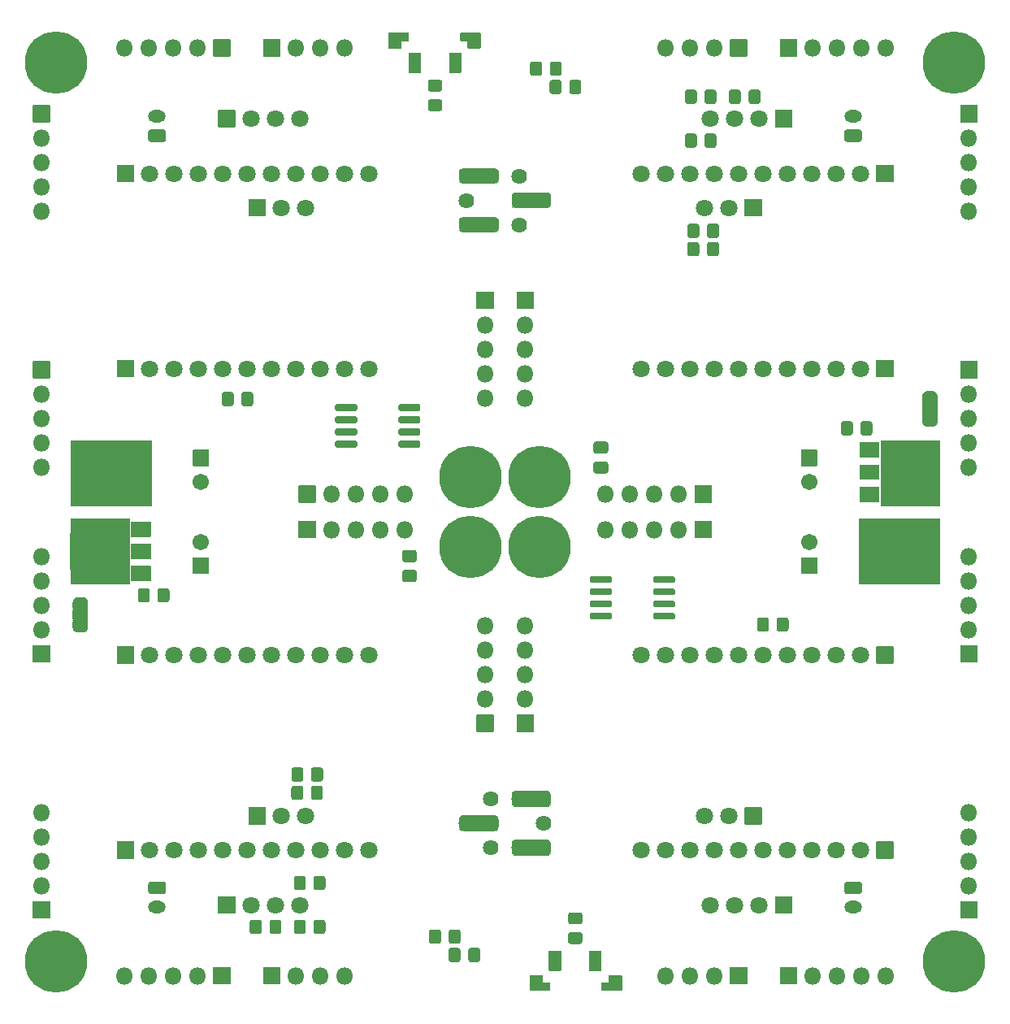
<source format=gbs>
G04 #@! TF.GenerationSoftware,KiCad,Pcbnew,5.1.8-1.fc31*
G04 #@! TF.CreationDate,2021-07-02T10:36:43+02:00*
G04 #@! TF.ProjectId,LoRaWANV2.1_panelized,4c6f5261-5741-44e5-9632-2e315f70616e,rev?*
G04 #@! TF.SameCoordinates,Original*
G04 #@! TF.FileFunction,Soldermask,Bot*
G04 #@! TF.FilePolarity,Negative*
%FSLAX46Y46*%
G04 Gerber Fmt 4.6, Leading zero omitted, Abs format (unit mm)*
G04 Created by KiCad (PCBNEW 5.1.8-1.fc31) date 2021-07-02 10:36:43*
%MOMM*%
%LPD*%
G01*
G04 APERTURE LIST*
%ADD10C,0.100000*%
%ADD11C,6.502000*%
%ADD12C,1.702000*%
%ADD13C,1.802000*%
%ADD14O,1.802000X1.802000*%
%ADD15C,1.626000*%
%ADD16O,1.852000X1.302000*%
G04 APERTURE END LIST*
D10*
G36*
X123825000Y-81026000D02*
G01*
X115443000Y-81026000D01*
X115443000Y-74295000D01*
X123825000Y-74295000D01*
X123825000Y-81026000D01*
G37*
X123825000Y-81026000D02*
X115443000Y-81026000D01*
X115443000Y-74295000D01*
X123825000Y-74295000D01*
X123825000Y-81026000D01*
G36*
X123825000Y-72898000D02*
G01*
X117729000Y-72898000D01*
X117729000Y-66167000D01*
X123825000Y-66167000D01*
X123825000Y-72898000D01*
G37*
X123825000Y-72898000D02*
X117729000Y-72898000D01*
X117729000Y-66167000D01*
X123825000Y-66167000D01*
X123825000Y-72898000D01*
G36*
X41656000Y-72898000D02*
G01*
X33274000Y-72898000D01*
X33274000Y-66167000D01*
X41656000Y-66167000D01*
X41656000Y-72898000D01*
G37*
X41656000Y-72898000D02*
X33274000Y-72898000D01*
X33274000Y-66167000D01*
X41656000Y-66167000D01*
X41656000Y-72898000D01*
G36*
X39370000Y-81026000D02*
G01*
X33274000Y-81026000D01*
X33274000Y-74295000D01*
X39370000Y-74295000D01*
X39370000Y-81026000D01*
G37*
X39370000Y-81026000D02*
X33274000Y-81026000D01*
X33274000Y-74295000D01*
X39370000Y-74295000D01*
X39370000Y-81026000D01*
G36*
X123825000Y-81026000D02*
G01*
X115443000Y-81026000D01*
X115443000Y-74295000D01*
X123825000Y-74295000D01*
X123825000Y-81026000D01*
G37*
X123825000Y-81026000D02*
X115443000Y-81026000D01*
X115443000Y-74295000D01*
X123825000Y-74295000D01*
X123825000Y-81026000D01*
G36*
X123825000Y-72898000D02*
G01*
X117729000Y-72898000D01*
X117729000Y-66167000D01*
X123825000Y-66167000D01*
X123825000Y-72898000D01*
G37*
X123825000Y-72898000D02*
X117729000Y-72898000D01*
X117729000Y-66167000D01*
X123825000Y-66167000D01*
X123825000Y-72898000D01*
G36*
X41656000Y-72898000D02*
G01*
X33274000Y-72898000D01*
X33274000Y-66167000D01*
X41656000Y-66167000D01*
X41656000Y-72898000D01*
G37*
X41656000Y-72898000D02*
X33274000Y-72898000D01*
X33274000Y-66167000D01*
X41656000Y-66167000D01*
X41656000Y-72898000D01*
G36*
X39370000Y-81026000D02*
G01*
X33274000Y-81026000D01*
X33274000Y-74295000D01*
X39370000Y-74295000D01*
X39370000Y-81026000D01*
G37*
X39370000Y-81026000D02*
X33274000Y-81026000D01*
X33274000Y-74295000D01*
X39370000Y-74295000D01*
X39370000Y-81026000D01*
D11*
G04 #@! TO.C,H2*
X74930000Y-77216000D03*
G04 #@! TD*
G04 #@! TO.C,C1*
G36*
G01*
X86330828Y-118627000D02*
X85373172Y-118627000D01*
G75*
G02*
X85101000Y-118354828I0J272172D01*
G01*
X85101000Y-117647172D01*
G75*
G02*
X85373172Y-117375000I272172J0D01*
G01*
X86330828Y-117375000D01*
G75*
G02*
X86603000Y-117647172I0J-272172D01*
G01*
X86603000Y-118354828D01*
G75*
G02*
X86330828Y-118627000I-272172J0D01*
G01*
G37*
G36*
G01*
X86330828Y-116577000D02*
X85373172Y-116577000D01*
G75*
G02*
X85101000Y-116304828I0J272172D01*
G01*
X85101000Y-115597172D01*
G75*
G02*
X85373172Y-115325000I272172J0D01*
G01*
X86330828Y-115325000D01*
G75*
G02*
X86603000Y-115597172I0J-272172D01*
G01*
X86603000Y-116304828D01*
G75*
G02*
X86330828Y-116577000I-272172J0D01*
G01*
G37*
G04 #@! TD*
G04 #@! TO.C,C3*
G36*
G01*
X111036000Y-80059000D02*
X109436000Y-80059000D01*
G75*
G02*
X109385000Y-80008000I0J51000D01*
G01*
X109385000Y-78408000D01*
G75*
G02*
X109436000Y-78357000I51000J0D01*
G01*
X111036000Y-78357000D01*
G75*
G02*
X111087000Y-78408000I0J-51000D01*
G01*
X111087000Y-80008000D01*
G75*
G02*
X111036000Y-80059000I-51000J0D01*
G01*
G37*
D12*
X110236000Y-76708000D03*
G04 #@! TD*
D11*
G04 #@! TO.C,H1*
X125349000Y-120396000D03*
G04 #@! TD*
G04 #@! TO.C,H2*
X82169000Y-77216000D03*
G04 #@! TD*
G04 #@! TO.C,IR2*
G36*
G01*
X105295000Y-104433000D02*
X105295000Y-106133000D01*
G75*
G02*
X105244000Y-106184000I-51000J0D01*
G01*
X103544000Y-106184000D01*
G75*
G02*
X103493000Y-106133000I0J51000D01*
G01*
X103493000Y-104433000D01*
G75*
G02*
X103544000Y-104382000I51000J0D01*
G01*
X105244000Y-104382000D01*
G75*
G02*
X105295000Y-104433000I0J-51000D01*
G01*
G37*
D13*
X101854000Y-105283000D03*
X99314000Y-105283000D03*
G04 #@! TD*
G04 #@! TO.C,J5*
G36*
G01*
X98337000Y-74537000D02*
X100037000Y-74537000D01*
G75*
G02*
X100088000Y-74588000I0J-51000D01*
G01*
X100088000Y-76288000D01*
G75*
G02*
X100037000Y-76339000I-51000J0D01*
G01*
X98337000Y-76339000D01*
G75*
G02*
X98286000Y-76288000I0J51000D01*
G01*
X98286000Y-74588000D01*
G75*
G02*
X98337000Y-74537000I51000J0D01*
G01*
G37*
D14*
X96647000Y-75438000D03*
X94107000Y-75438000D03*
X91567000Y-75438000D03*
X89027000Y-75438000D03*
G04 #@! TD*
G04 #@! TO.C,R5*
G36*
G01*
X108086000Y-84865172D02*
X108086000Y-85822828D01*
G75*
G02*
X107813828Y-86095000I-272172J0D01*
G01*
X107106172Y-86095000D01*
G75*
G02*
X106834000Y-85822828I0J272172D01*
G01*
X106834000Y-84865172D01*
G75*
G02*
X107106172Y-84593000I272172J0D01*
G01*
X107813828Y-84593000D01*
G75*
G02*
X108086000Y-84865172I0J-272172D01*
G01*
G37*
G36*
G01*
X106036000Y-84865172D02*
X106036000Y-85822828D01*
G75*
G02*
X105763828Y-86095000I-272172J0D01*
G01*
X105056172Y-86095000D01*
G75*
G02*
X104784000Y-85822828I0J272172D01*
G01*
X104784000Y-84865172D01*
G75*
G02*
X105056172Y-84593000I272172J0D01*
G01*
X105763828Y-84593000D01*
G75*
G02*
X106036000Y-84865172I0J-272172D01*
G01*
G37*
G04 #@! TD*
G04 #@! TO.C,SW1*
G36*
G01*
X87301000Y-121377001D02*
X87301000Y-119376999D01*
G75*
G02*
X87351999Y-119326000I50999J0D01*
G01*
X88552001Y-119326000D01*
G75*
G02*
X88603000Y-119376999I0J-50999D01*
G01*
X88603000Y-121377001D01*
G75*
G02*
X88552001Y-121428000I-50999J0D01*
G01*
X87351999Y-121428000D01*
G75*
G02*
X87301000Y-121377001I0J50999D01*
G01*
G37*
G36*
G01*
X83101000Y-121377001D02*
X83101000Y-119376999D01*
G75*
G02*
X83151999Y-119326000I50999J0D01*
G01*
X84352001Y-119326000D01*
G75*
G02*
X84403000Y-119376999I0J-50999D01*
G01*
X84403000Y-121377001D01*
G75*
G02*
X84352001Y-121428000I-50999J0D01*
G01*
X83151999Y-121428000D01*
G75*
G02*
X83101000Y-121377001I0J50999D01*
G01*
G37*
G36*
G01*
X89357000Y-123444000D02*
X89357000Y-121920000D01*
G75*
G02*
X89408000Y-121869000I51000J0D01*
G01*
X90678000Y-121869000D01*
G75*
G02*
X90729000Y-121920000I0J-51000D01*
G01*
X90729000Y-123444000D01*
G75*
G02*
X90678000Y-123495000I-51000J0D01*
G01*
X89408000Y-123495000D01*
G75*
G02*
X89357000Y-123444000I0J51000D01*
G01*
G37*
G36*
G01*
X88611000Y-123463000D02*
X88611000Y-122663000D01*
G75*
G02*
X88662000Y-122612000I51000J0D01*
G01*
X90662000Y-122612000D01*
G75*
G02*
X90713000Y-122663000I0J-51000D01*
G01*
X90713000Y-123463000D01*
G75*
G02*
X90662000Y-123514000I-51000J0D01*
G01*
X88662000Y-123514000D01*
G75*
G02*
X88611000Y-123463000I0J51000D01*
G01*
G37*
G36*
G01*
X81102000Y-123444000D02*
X81102000Y-121920000D01*
G75*
G02*
X81153000Y-121869000I51000J0D01*
G01*
X82423000Y-121869000D01*
G75*
G02*
X82474000Y-121920000I0J-51000D01*
G01*
X82474000Y-123444000D01*
G75*
G02*
X82423000Y-123495000I-51000J0D01*
G01*
X81153000Y-123495000D01*
G75*
G02*
X81102000Y-123444000I0J51000D01*
G01*
G37*
G36*
G01*
X81118000Y-123463000D02*
X81118000Y-122663000D01*
G75*
G02*
X81169000Y-122612000I51000J0D01*
G01*
X83169000Y-122612000D01*
G75*
G02*
X83220000Y-122663000I0J-51000D01*
G01*
X83220000Y-123463000D01*
G75*
G02*
X83169000Y-123514000I-51000J0D01*
G01*
X81169000Y-123514000D01*
G75*
G02*
X81118000Y-123463000I0J51000D01*
G01*
G37*
G04 #@! TD*
G04 #@! TO.C,U2*
G36*
G01*
X96270000Y-80469500D02*
X96270000Y-80820500D01*
G75*
G02*
X96094500Y-80996000I-175500J0D01*
G01*
X94143500Y-80996000D01*
G75*
G02*
X93968000Y-80820500I0J175500D01*
G01*
X93968000Y-80469500D01*
G75*
G02*
X94143500Y-80294000I175500J0D01*
G01*
X96094500Y-80294000D01*
G75*
G02*
X96270000Y-80469500I0J-175500D01*
G01*
G37*
G36*
G01*
X96270000Y-81739500D02*
X96270000Y-82090500D01*
G75*
G02*
X96094500Y-82266000I-175500J0D01*
G01*
X94143500Y-82266000D01*
G75*
G02*
X93968000Y-82090500I0J175500D01*
G01*
X93968000Y-81739500D01*
G75*
G02*
X94143500Y-81564000I175500J0D01*
G01*
X96094500Y-81564000D01*
G75*
G02*
X96270000Y-81739500I0J-175500D01*
G01*
G37*
G36*
G01*
X96270000Y-83009500D02*
X96270000Y-83360500D01*
G75*
G02*
X96094500Y-83536000I-175500J0D01*
G01*
X94143500Y-83536000D01*
G75*
G02*
X93968000Y-83360500I0J175500D01*
G01*
X93968000Y-83009500D01*
G75*
G02*
X94143500Y-82834000I175500J0D01*
G01*
X96094500Y-82834000D01*
G75*
G02*
X96270000Y-83009500I0J-175500D01*
G01*
G37*
G36*
G01*
X96270000Y-84279500D02*
X96270000Y-84630500D01*
G75*
G02*
X96094500Y-84806000I-175500J0D01*
G01*
X94143500Y-84806000D01*
G75*
G02*
X93968000Y-84630500I0J175500D01*
G01*
X93968000Y-84279500D01*
G75*
G02*
X94143500Y-84104000I175500J0D01*
G01*
X96094500Y-84104000D01*
G75*
G02*
X96270000Y-84279500I0J-175500D01*
G01*
G37*
G36*
G01*
X89670000Y-84279500D02*
X89670000Y-84630500D01*
G75*
G02*
X89494500Y-84806000I-175500J0D01*
G01*
X87543500Y-84806000D01*
G75*
G02*
X87368000Y-84630500I0J175500D01*
G01*
X87368000Y-84279500D01*
G75*
G02*
X87543500Y-84104000I175500J0D01*
G01*
X89494500Y-84104000D01*
G75*
G02*
X89670000Y-84279500I0J-175500D01*
G01*
G37*
G36*
G01*
X89670000Y-83009500D02*
X89670000Y-83360500D01*
G75*
G02*
X89494500Y-83536000I-175500J0D01*
G01*
X87543500Y-83536000D01*
G75*
G02*
X87368000Y-83360500I0J175500D01*
G01*
X87368000Y-83009500D01*
G75*
G02*
X87543500Y-82834000I175500J0D01*
G01*
X89494500Y-82834000D01*
G75*
G02*
X89670000Y-83009500I0J-175500D01*
G01*
G37*
G36*
G01*
X89670000Y-81739500D02*
X89670000Y-82090500D01*
G75*
G02*
X89494500Y-82266000I-175500J0D01*
G01*
X87543500Y-82266000D01*
G75*
G02*
X87368000Y-82090500I0J175500D01*
G01*
X87368000Y-81739500D01*
G75*
G02*
X87543500Y-81564000I175500J0D01*
G01*
X89494500Y-81564000D01*
G75*
G02*
X89670000Y-81739500I0J-175500D01*
G01*
G37*
G36*
G01*
X89670000Y-80469500D02*
X89670000Y-80820500D01*
G75*
G02*
X89494500Y-80996000I-175500J0D01*
G01*
X87543500Y-80996000D01*
G75*
G02*
X87368000Y-80820500I0J175500D01*
G01*
X87368000Y-80469500D01*
G75*
G02*
X87543500Y-80294000I175500J0D01*
G01*
X89494500Y-80294000D01*
G75*
G02*
X89670000Y-80469500I0J-175500D01*
G01*
G37*
G04 #@! TD*
G04 #@! TO.C,J6*
G36*
G01*
X127774000Y-87542000D02*
X127774000Y-89242000D01*
G75*
G02*
X127723000Y-89293000I-51000J0D01*
G01*
X126023000Y-89293000D01*
G75*
G02*
X125972000Y-89242000I0J51000D01*
G01*
X125972000Y-87542000D01*
G75*
G02*
X126023000Y-87491000I51000J0D01*
G01*
X127723000Y-87491000D01*
G75*
G02*
X127774000Y-87542000I0J-51000D01*
G01*
G37*
X126873000Y-85852000D03*
X126873000Y-83312000D03*
X126873000Y-80772000D03*
X126873000Y-78232000D03*
G04 #@! TD*
G04 #@! TO.C,J7*
G36*
G01*
X81546000Y-94781000D02*
X81546000Y-96481000D01*
G75*
G02*
X81495000Y-96532000I-51000J0D01*
G01*
X79795000Y-96532000D01*
G75*
G02*
X79744000Y-96481000I0J51000D01*
G01*
X79744000Y-94781000D01*
G75*
G02*
X79795000Y-94730000I51000J0D01*
G01*
X81495000Y-94730000D01*
G75*
G02*
X81546000Y-94781000I0J-51000D01*
G01*
G37*
X80645000Y-93091000D03*
X80645000Y-90551000D03*
X80645000Y-88011000D03*
X80645000Y-85471000D03*
G04 #@! TD*
D13*
G04 #@! TO.C,U4*
X92710000Y-88519000D03*
X95250000Y-88519000D03*
X97790000Y-88519000D03*
X100330000Y-88519000D03*
X102870000Y-88519000D03*
X105410000Y-88519000D03*
X107950000Y-88519000D03*
X110490000Y-88519000D03*
X113030000Y-88519000D03*
X115570000Y-88519000D03*
G36*
G01*
X118960000Y-89420000D02*
X117260000Y-89420000D01*
G75*
G02*
X117209000Y-89369000I0J51000D01*
G01*
X117209000Y-87669000D01*
G75*
G02*
X117260000Y-87618000I51000J0D01*
G01*
X118960000Y-87618000D01*
G75*
G02*
X119011000Y-87669000I0J-51000D01*
G01*
X119011000Y-89369000D01*
G75*
G02*
X118960000Y-89420000I-51000J0D01*
G01*
G37*
G36*
G01*
X118960000Y-109740000D02*
X117260000Y-109740000D01*
G75*
G02*
X117209000Y-109689000I0J51000D01*
G01*
X117209000Y-107989000D01*
G75*
G02*
X117260000Y-107938000I51000J0D01*
G01*
X118960000Y-107938000D01*
G75*
G02*
X119011000Y-107989000I0J-51000D01*
G01*
X119011000Y-109689000D01*
G75*
G02*
X118960000Y-109740000I-51000J0D01*
G01*
G37*
X113030000Y-108839000D03*
X115570000Y-108839000D03*
X110490000Y-108839000D03*
X107950000Y-108839000D03*
X102870000Y-108839000D03*
X105410000Y-108839000D03*
X100330000Y-108839000D03*
X97790000Y-108839000D03*
X95250000Y-108839000D03*
X92710000Y-108839000D03*
G04 #@! TD*
G04 #@! TO.C,J4*
G36*
G01*
X102020000Y-121019000D02*
X103720000Y-121019000D01*
G75*
G02*
X103771000Y-121070000I0J-51000D01*
G01*
X103771000Y-122770000D01*
G75*
G02*
X103720000Y-122821000I-51000J0D01*
G01*
X102020000Y-122821000D01*
G75*
G02*
X101969000Y-122770000I0J51000D01*
G01*
X101969000Y-121070000D01*
G75*
G02*
X102020000Y-121019000I51000J0D01*
G01*
G37*
D14*
X100330000Y-121920000D03*
X97790000Y-121920000D03*
X95250000Y-121920000D03*
G04 #@! TD*
D15*
G04 #@! TO.C,IR1*
X80010000Y-108585000D03*
X82550000Y-106045000D03*
X80010000Y-103505000D03*
G36*
G01*
X79635500Y-102692000D02*
X82924500Y-102692000D01*
G75*
G02*
X83331000Y-103098500I0J-406500D01*
G01*
X83331000Y-103911500D01*
G75*
G02*
X82924500Y-104318000I-406500J0D01*
G01*
X79635500Y-104318000D01*
G75*
G02*
X79229000Y-103911500I0J406500D01*
G01*
X79229000Y-103098500D01*
G75*
G02*
X79635500Y-102692000I406500J0D01*
G01*
G37*
G36*
G01*
X79635500Y-107772000D02*
X82924500Y-107772000D01*
G75*
G02*
X83331000Y-108178500I0J-406500D01*
G01*
X83331000Y-108991500D01*
G75*
G02*
X82924500Y-109398000I-406500J0D01*
G01*
X79635500Y-109398000D01*
G75*
G02*
X79229000Y-108991500I0J406500D01*
G01*
X79229000Y-108178500D01*
G75*
G02*
X79635500Y-107772000I406500J0D01*
G01*
G37*
G04 #@! TD*
G04 #@! TO.C,J3*
G36*
G01*
X127774000Y-114212000D02*
X127774000Y-115912000D01*
G75*
G02*
X127723000Y-115963000I-51000J0D01*
G01*
X126023000Y-115963000D01*
G75*
G02*
X125972000Y-115912000I0J51000D01*
G01*
X125972000Y-114212000D01*
G75*
G02*
X126023000Y-114161000I51000J0D01*
G01*
X127723000Y-114161000D01*
G75*
G02*
X127774000Y-114212000I0J-51000D01*
G01*
G37*
D14*
X126873000Y-112522000D03*
X126873000Y-109982000D03*
X126873000Y-107442000D03*
X126873000Y-104902000D03*
G04 #@! TD*
G04 #@! TO.C,J2*
G36*
G01*
X114153248Y-112125000D02*
X115462752Y-112125000D01*
G75*
G02*
X115734000Y-112396248I0J-271248D01*
G01*
X115734000Y-113155752D01*
G75*
G02*
X115462752Y-113427000I-271248J0D01*
G01*
X114153248Y-113427000D01*
G75*
G02*
X113882000Y-113155752I0J271248D01*
G01*
X113882000Y-112396248D01*
G75*
G02*
X114153248Y-112125000I271248J0D01*
G01*
G37*
D16*
X114808000Y-114776000D03*
G04 #@! TD*
G04 #@! TO.C,J1*
G36*
G01*
X108927000Y-122821000D02*
X107227000Y-122821000D01*
G75*
G02*
X107176000Y-122770000I0J51000D01*
G01*
X107176000Y-121070000D01*
G75*
G02*
X107227000Y-121019000I51000J0D01*
G01*
X108927000Y-121019000D01*
G75*
G02*
X108978000Y-121070000I0J-51000D01*
G01*
X108978000Y-122770000D01*
G75*
G02*
X108927000Y-122821000I-51000J0D01*
G01*
G37*
D14*
X110617000Y-121920000D03*
X113157000Y-121920000D03*
X115697000Y-121920000D03*
X118237000Y-121920000D03*
G04 #@! TD*
G04 #@! TO.C,U1*
G36*
G01*
X108470000Y-113704000D02*
X108470000Y-115404000D01*
G75*
G02*
X108419000Y-115455000I-51000J0D01*
G01*
X106719000Y-115455000D01*
G75*
G02*
X106668000Y-115404000I0J51000D01*
G01*
X106668000Y-113704000D01*
G75*
G02*
X106719000Y-113653000I51000J0D01*
G01*
X108419000Y-113653000D01*
G75*
G02*
X108470000Y-113704000I0J-51000D01*
G01*
G37*
D13*
X105029000Y-114554000D03*
X102489000Y-114554000D03*
X99949000Y-114554000D03*
G04 #@! TD*
G04 #@! TO.C,R2*
G36*
G01*
X83185000Y-29815828D02*
X83185000Y-28858172D01*
G75*
G02*
X83457172Y-28586000I272172J0D01*
G01*
X84164828Y-28586000D01*
G75*
G02*
X84437000Y-28858172I0J-272172D01*
G01*
X84437000Y-29815828D01*
G75*
G02*
X84164828Y-30088000I-272172J0D01*
G01*
X83457172Y-30088000D01*
G75*
G02*
X83185000Y-29815828I0J272172D01*
G01*
G37*
G36*
G01*
X85235000Y-29815828D02*
X85235000Y-28858172D01*
G75*
G02*
X85507172Y-28586000I272172J0D01*
G01*
X86214828Y-28586000D01*
G75*
G02*
X86487000Y-28858172I0J-272172D01*
G01*
X86487000Y-29815828D01*
G75*
G02*
X86214828Y-30088000I-272172J0D01*
G01*
X85507172Y-30088000D01*
G75*
G02*
X85235000Y-29815828I0J272172D01*
G01*
G37*
G04 #@! TD*
G04 #@! TO.C,C4*
G36*
G01*
X89023298Y-69621000D02*
X88014702Y-69621000D01*
G75*
G02*
X87743000Y-69349298I0J271702D01*
G01*
X87743000Y-68615702D01*
G75*
G02*
X88014702Y-68344000I271702J0D01*
G01*
X89023298Y-68344000D01*
G75*
G02*
X89295000Y-68615702I0J-271702D01*
G01*
X89295000Y-69349298D01*
G75*
G02*
X89023298Y-69621000I-271702J0D01*
G01*
G37*
G36*
G01*
X89023298Y-67546000D02*
X88014702Y-67546000D01*
G75*
G02*
X87743000Y-67274298I0J271702D01*
G01*
X87743000Y-66540702D01*
G75*
G02*
X88014702Y-66269000I271702J0D01*
G01*
X89023298Y-66269000D01*
G75*
G02*
X89295000Y-66540702I0J-271702D01*
G01*
X89295000Y-67274298D01*
G75*
G02*
X89023298Y-67546000I-271702J0D01*
G01*
G37*
G04 #@! TD*
G04 #@! TO.C,U1*
G36*
G01*
X108470000Y-31789000D02*
X108470000Y-33489000D01*
G75*
G02*
X108419000Y-33540000I-51000J0D01*
G01*
X106719000Y-33540000D01*
G75*
G02*
X106668000Y-33489000I0J51000D01*
G01*
X106668000Y-31789000D01*
G75*
G02*
X106719000Y-31738000I51000J0D01*
G01*
X108419000Y-31738000D01*
G75*
G02*
X108470000Y-31789000I0J-51000D01*
G01*
G37*
X105029000Y-32639000D03*
X102489000Y-32639000D03*
X99949000Y-32639000D03*
G04 #@! TD*
G04 #@! TO.C,J5*
G36*
G01*
X100037000Y-72656000D02*
X98337000Y-72656000D01*
G75*
G02*
X98286000Y-72605000I0J51000D01*
G01*
X98286000Y-70905000D01*
G75*
G02*
X98337000Y-70854000I51000J0D01*
G01*
X100037000Y-70854000D01*
G75*
G02*
X100088000Y-70905000I0J-51000D01*
G01*
X100088000Y-72605000D01*
G75*
G02*
X100037000Y-72656000I-51000J0D01*
G01*
G37*
D14*
X96647000Y-71755000D03*
X94107000Y-71755000D03*
X91567000Y-71755000D03*
X89027000Y-71755000D03*
G04 #@! TD*
D15*
G04 #@! TO.C,IR1*
X80010000Y-38608000D03*
X82550000Y-41148000D03*
X80010000Y-43688000D03*
G36*
G01*
X82924500Y-41961000D02*
X79635500Y-41961000D01*
G75*
G02*
X79229000Y-41554500I0J406500D01*
G01*
X79229000Y-40741500D01*
G75*
G02*
X79635500Y-40335000I406500J0D01*
G01*
X82924500Y-40335000D01*
G75*
G02*
X83331000Y-40741500I0J-406500D01*
G01*
X83331000Y-41554500D01*
G75*
G02*
X82924500Y-41961000I-406500J0D01*
G01*
G37*
G04 #@! TD*
D10*
G04 #@! TO.C,JP1*
G36*
X122008980Y-63605050D02*
G01*
X122011882Y-63595483D01*
X122016595Y-63586666D01*
X122022938Y-63578938D01*
X122030666Y-63572595D01*
X122039483Y-63567882D01*
X122049050Y-63564980D01*
X122059000Y-63564000D01*
X123559000Y-63564000D01*
X123568950Y-63564980D01*
X123578517Y-63567882D01*
X123587334Y-63572595D01*
X123595062Y-63578938D01*
X123601405Y-63586666D01*
X123606118Y-63595483D01*
X123609020Y-63605050D01*
X123610000Y-63615000D01*
X123610000Y-64165000D01*
X123609398Y-64171112D01*
X123609398Y-64189534D01*
X123609152Y-64194533D01*
X123604342Y-64243364D01*
X123603608Y-64248314D01*
X123594036Y-64296439D01*
X123592820Y-64301295D01*
X123578576Y-64348250D01*
X123576890Y-64352961D01*
X123558113Y-64398294D01*
X123555973Y-64402820D01*
X123532842Y-64446093D01*
X123530269Y-64450384D01*
X123503009Y-64491183D01*
X123500027Y-64495204D01*
X123468899Y-64533133D01*
X123465538Y-64536841D01*
X123430841Y-64571538D01*
X123427133Y-64574899D01*
X123389204Y-64606027D01*
X123385183Y-64609009D01*
X123344384Y-64636269D01*
X123340093Y-64638842D01*
X123296820Y-64661973D01*
X123292294Y-64664113D01*
X123246961Y-64682890D01*
X123242250Y-64684576D01*
X123195295Y-64698820D01*
X123190439Y-64700036D01*
X123142314Y-64709608D01*
X123137364Y-64710342D01*
X123088533Y-64715152D01*
X123083534Y-64715398D01*
X123065112Y-64715398D01*
X123059000Y-64716000D01*
X122559000Y-64716000D01*
X122552888Y-64715398D01*
X122534466Y-64715398D01*
X122529467Y-64715152D01*
X122480636Y-64710342D01*
X122475686Y-64709608D01*
X122427561Y-64700036D01*
X122422705Y-64698820D01*
X122375750Y-64684576D01*
X122371039Y-64682890D01*
X122325706Y-64664113D01*
X122321180Y-64661973D01*
X122277907Y-64638842D01*
X122273616Y-64636269D01*
X122232817Y-64609009D01*
X122228796Y-64606027D01*
X122190867Y-64574899D01*
X122187159Y-64571538D01*
X122152462Y-64536841D01*
X122149101Y-64533133D01*
X122117973Y-64495204D01*
X122114991Y-64491183D01*
X122087731Y-64450384D01*
X122085158Y-64446093D01*
X122062027Y-64402820D01*
X122059887Y-64398294D01*
X122041110Y-64352961D01*
X122039424Y-64348250D01*
X122025180Y-64301295D01*
X122023964Y-64296439D01*
X122014392Y-64248314D01*
X122013658Y-64243364D01*
X122008848Y-64194533D01*
X122008602Y-64189534D01*
X122008602Y-64171112D01*
X122008000Y-64165000D01*
X122008000Y-63615000D01*
X122008980Y-63605050D01*
G37*
G36*
X122008602Y-61558888D02*
G01*
X122008602Y-61540466D01*
X122008848Y-61535467D01*
X122013658Y-61486636D01*
X122014392Y-61481686D01*
X122023964Y-61433561D01*
X122025180Y-61428705D01*
X122039424Y-61381750D01*
X122041110Y-61377039D01*
X122059887Y-61331706D01*
X122062027Y-61327180D01*
X122085158Y-61283907D01*
X122087731Y-61279616D01*
X122114991Y-61238817D01*
X122117973Y-61234796D01*
X122149101Y-61196867D01*
X122152462Y-61193159D01*
X122187159Y-61158462D01*
X122190867Y-61155101D01*
X122228796Y-61123973D01*
X122232817Y-61120991D01*
X122273616Y-61093731D01*
X122277907Y-61091158D01*
X122321180Y-61068027D01*
X122325706Y-61065887D01*
X122371039Y-61047110D01*
X122375750Y-61045424D01*
X122422705Y-61031180D01*
X122427561Y-61029964D01*
X122475686Y-61020392D01*
X122480636Y-61019658D01*
X122529467Y-61014848D01*
X122534466Y-61014602D01*
X122552888Y-61014602D01*
X122559000Y-61014000D01*
X123059000Y-61014000D01*
X123065112Y-61014602D01*
X123083534Y-61014602D01*
X123088533Y-61014848D01*
X123137364Y-61019658D01*
X123142314Y-61020392D01*
X123190439Y-61029964D01*
X123195295Y-61031180D01*
X123242250Y-61045424D01*
X123246961Y-61047110D01*
X123292294Y-61065887D01*
X123296820Y-61068027D01*
X123340093Y-61091158D01*
X123344384Y-61093731D01*
X123385183Y-61120991D01*
X123389204Y-61123973D01*
X123427133Y-61155101D01*
X123430841Y-61158462D01*
X123465538Y-61193159D01*
X123468899Y-61196867D01*
X123500027Y-61234796D01*
X123503009Y-61238817D01*
X123530269Y-61279616D01*
X123532842Y-61283907D01*
X123555973Y-61327180D01*
X123558113Y-61331706D01*
X123576890Y-61377039D01*
X123578576Y-61381750D01*
X123592820Y-61428705D01*
X123594036Y-61433561D01*
X123603608Y-61481686D01*
X123604342Y-61486636D01*
X123609152Y-61535467D01*
X123609398Y-61540466D01*
X123609398Y-61558888D01*
X123610000Y-61565000D01*
X123610000Y-62115000D01*
X123609020Y-62124950D01*
X123606118Y-62134517D01*
X123601405Y-62143334D01*
X123595062Y-62151062D01*
X123587334Y-62157405D01*
X123578517Y-62162118D01*
X123568950Y-62165020D01*
X123559000Y-62166000D01*
X122059000Y-62166000D01*
X122049050Y-62165020D01*
X122039483Y-62162118D01*
X122030666Y-62157405D01*
X122022938Y-62151062D01*
X122016595Y-62143334D01*
X122011882Y-62134517D01*
X122008980Y-62124950D01*
X122008000Y-62115000D01*
X122008000Y-61565000D01*
X122008602Y-61558888D01*
G37*
G36*
G01*
X123559000Y-63416000D02*
X122059000Y-63416000D01*
G75*
G02*
X122008000Y-63365000I0J51000D01*
G01*
X122008000Y-62365000D01*
G75*
G02*
X122059000Y-62314000I51000J0D01*
G01*
X123559000Y-62314000D01*
G75*
G02*
X123610000Y-62365000I0J-51000D01*
G01*
X123610000Y-63365000D01*
G75*
G02*
X123559000Y-63416000I-51000J0D01*
G01*
G37*
G04 #@! TD*
G04 #@! TO.C,J2*
G36*
G01*
X115462752Y-35068000D02*
X114153248Y-35068000D01*
G75*
G02*
X113882000Y-34796752I0J271248D01*
G01*
X113882000Y-34037248D01*
G75*
G02*
X114153248Y-33766000I271248J0D01*
G01*
X115462752Y-33766000D01*
G75*
G02*
X115734000Y-34037248I0J-271248D01*
G01*
X115734000Y-34796752D01*
G75*
G02*
X115462752Y-35068000I-271248J0D01*
G01*
G37*
D16*
X114808000Y-32417000D03*
G04 #@! TD*
G04 #@! TO.C,J6*
G36*
G01*
X127774000Y-57951000D02*
X127774000Y-59651000D01*
G75*
G02*
X127723000Y-59702000I-51000J0D01*
G01*
X126023000Y-59702000D01*
G75*
G02*
X125972000Y-59651000I0J51000D01*
G01*
X125972000Y-57951000D01*
G75*
G02*
X126023000Y-57900000I51000J0D01*
G01*
X127723000Y-57900000D01*
G75*
G02*
X127774000Y-57951000I0J-51000D01*
G01*
G37*
D14*
X126873000Y-61341000D03*
X126873000Y-63881000D03*
X126873000Y-66421000D03*
X126873000Y-68961000D03*
G04 #@! TD*
G04 #@! TO.C,R6*
G36*
G01*
X100575000Y-34446172D02*
X100575000Y-35403828D01*
G75*
G02*
X100302828Y-35676000I-272172J0D01*
G01*
X99595172Y-35676000D01*
G75*
G02*
X99323000Y-35403828I0J272172D01*
G01*
X99323000Y-34446172D01*
G75*
G02*
X99595172Y-34174000I272172J0D01*
G01*
X100302828Y-34174000D01*
G75*
G02*
X100575000Y-34446172I0J-272172D01*
G01*
G37*
G36*
G01*
X98525000Y-34446172D02*
X98525000Y-35403828D01*
G75*
G02*
X98252828Y-35676000I-272172J0D01*
G01*
X97545172Y-35676000D01*
G75*
G02*
X97273000Y-35403828I0J272172D01*
G01*
X97273000Y-34446172D01*
G75*
G02*
X97545172Y-34174000I272172J0D01*
G01*
X98252828Y-34174000D01*
G75*
G02*
X98525000Y-34446172I0J-272172D01*
G01*
G37*
G04 #@! TD*
G04 #@! TO.C,R3*
G36*
G01*
X101863000Y-30831828D02*
X101863000Y-29874172D01*
G75*
G02*
X102135172Y-29602000I272172J0D01*
G01*
X102842828Y-29602000D01*
G75*
G02*
X103115000Y-29874172I0J-272172D01*
G01*
X103115000Y-30831828D01*
G75*
G02*
X102842828Y-31104000I-272172J0D01*
G01*
X102135172Y-31104000D01*
G75*
G02*
X101863000Y-30831828I0J272172D01*
G01*
G37*
G36*
G01*
X103913000Y-30831828D02*
X103913000Y-29874172D01*
G75*
G02*
X104185172Y-29602000I272172J0D01*
G01*
X104892828Y-29602000D01*
G75*
G02*
X105165000Y-29874172I0J-272172D01*
G01*
X105165000Y-30831828D01*
G75*
G02*
X104892828Y-31104000I-272172J0D01*
G01*
X104185172Y-31104000D01*
G75*
G02*
X103913000Y-30831828I0J272172D01*
G01*
G37*
G04 #@! TD*
G04 #@! TO.C,J1*
G36*
G01*
X107227000Y-24372000D02*
X108927000Y-24372000D01*
G75*
G02*
X108978000Y-24423000I0J-51000D01*
G01*
X108978000Y-26123000D01*
G75*
G02*
X108927000Y-26174000I-51000J0D01*
G01*
X107227000Y-26174000D01*
G75*
G02*
X107176000Y-26123000I0J51000D01*
G01*
X107176000Y-24423000D01*
G75*
G02*
X107227000Y-24372000I51000J0D01*
G01*
G37*
X110617000Y-25273000D03*
X113157000Y-25273000D03*
X115697000Y-25273000D03*
X118237000Y-25273000D03*
G04 #@! TD*
D13*
G04 #@! TO.C,U4*
X92710000Y-58674000D03*
X95250000Y-58674000D03*
X97790000Y-58674000D03*
X100330000Y-58674000D03*
X102870000Y-58674000D03*
X105410000Y-58674000D03*
X107950000Y-58674000D03*
X110490000Y-58674000D03*
X113030000Y-58674000D03*
X115570000Y-58674000D03*
G36*
G01*
X117260000Y-57773000D02*
X118960000Y-57773000D01*
G75*
G02*
X119011000Y-57824000I0J-51000D01*
G01*
X119011000Y-59524000D01*
G75*
G02*
X118960000Y-59575000I-51000J0D01*
G01*
X117260000Y-59575000D01*
G75*
G02*
X117209000Y-59524000I0J51000D01*
G01*
X117209000Y-57824000D01*
G75*
G02*
X117260000Y-57773000I51000J0D01*
G01*
G37*
G36*
G01*
X117260000Y-37453000D02*
X118960000Y-37453000D01*
G75*
G02*
X119011000Y-37504000I0J-51000D01*
G01*
X119011000Y-39204000D01*
G75*
G02*
X118960000Y-39255000I-51000J0D01*
G01*
X117260000Y-39255000D01*
G75*
G02*
X117209000Y-39204000I0J51000D01*
G01*
X117209000Y-37504000D01*
G75*
G02*
X117260000Y-37453000I51000J0D01*
G01*
G37*
X113030000Y-38354000D03*
X115570000Y-38354000D03*
X110490000Y-38354000D03*
X107950000Y-38354000D03*
X102870000Y-38354000D03*
X105410000Y-38354000D03*
X100330000Y-38354000D03*
X97790000Y-38354000D03*
X95250000Y-38354000D03*
X92710000Y-38354000D03*
G04 #@! TD*
G04 #@! TO.C,J7*
G36*
G01*
X81546000Y-50712000D02*
X81546000Y-52412000D01*
G75*
G02*
X81495000Y-52463000I-51000J0D01*
G01*
X79795000Y-52463000D01*
G75*
G02*
X79744000Y-52412000I0J51000D01*
G01*
X79744000Y-50712000D01*
G75*
G02*
X79795000Y-50661000I51000J0D01*
G01*
X81495000Y-50661000D01*
G75*
G02*
X81546000Y-50712000I0J-51000D01*
G01*
G37*
D14*
X80645000Y-54102000D03*
X80645000Y-56642000D03*
X80645000Y-59182000D03*
X80645000Y-61722000D03*
G04 #@! TD*
G04 #@! TO.C,J3*
G36*
G01*
X127774000Y-31281000D02*
X127774000Y-32981000D01*
G75*
G02*
X127723000Y-33032000I-51000J0D01*
G01*
X126023000Y-33032000D01*
G75*
G02*
X125972000Y-32981000I0J51000D01*
G01*
X125972000Y-31281000D01*
G75*
G02*
X126023000Y-31230000I51000J0D01*
G01*
X127723000Y-31230000D01*
G75*
G02*
X127774000Y-31281000I0J-51000D01*
G01*
G37*
X126873000Y-34671000D03*
X126873000Y-37211000D03*
X126873000Y-39751000D03*
X126873000Y-42291000D03*
G04 #@! TD*
G04 #@! TO.C,R4*
G36*
G01*
X100575000Y-29874172D02*
X100575000Y-30831828D01*
G75*
G02*
X100302828Y-31104000I-272172J0D01*
G01*
X99595172Y-31104000D01*
G75*
G02*
X99323000Y-30831828I0J272172D01*
G01*
X99323000Y-29874172D01*
G75*
G02*
X99595172Y-29602000I272172J0D01*
G01*
X100302828Y-29602000D01*
G75*
G02*
X100575000Y-29874172I0J-272172D01*
G01*
G37*
G36*
G01*
X98525000Y-29874172D02*
X98525000Y-30831828D01*
G75*
G02*
X98252828Y-31104000I-272172J0D01*
G01*
X97545172Y-31104000D01*
G75*
G02*
X97273000Y-30831828I0J272172D01*
G01*
X97273000Y-29874172D01*
G75*
G02*
X97545172Y-29602000I272172J0D01*
G01*
X98252828Y-29602000D01*
G75*
G02*
X98525000Y-29874172I0J-272172D01*
G01*
G37*
G04 #@! TD*
G04 #@! TO.C,R1*
G36*
G01*
X81144000Y-27910828D02*
X81144000Y-26953172D01*
G75*
G02*
X81416172Y-26681000I272172J0D01*
G01*
X82123828Y-26681000D01*
G75*
G02*
X82396000Y-26953172I0J-272172D01*
G01*
X82396000Y-27910828D01*
G75*
G02*
X82123828Y-28183000I-272172J0D01*
G01*
X81416172Y-28183000D01*
G75*
G02*
X81144000Y-27910828I0J272172D01*
G01*
G37*
G36*
G01*
X83194000Y-27910828D02*
X83194000Y-26953172D01*
G75*
G02*
X83466172Y-26681000I272172J0D01*
G01*
X84173828Y-26681000D01*
G75*
G02*
X84446000Y-26953172I0J-272172D01*
G01*
X84446000Y-27910828D01*
G75*
G02*
X84173828Y-28183000I-272172J0D01*
G01*
X83466172Y-28183000D01*
G75*
G02*
X83194000Y-27910828I0J272172D01*
G01*
G37*
G04 #@! TD*
G04 #@! TO.C,U3*
G36*
G01*
X121758000Y-71369000D02*
X121758000Y-67569000D01*
G75*
G02*
X121809000Y-67518000I51000J0D01*
G01*
X123809000Y-67518000D01*
G75*
G02*
X123860000Y-67569000I0J-51000D01*
G01*
X123860000Y-71369000D01*
G75*
G02*
X123809000Y-71420000I-51000J0D01*
G01*
X121809000Y-71420000D01*
G75*
G02*
X121758000Y-71369000I0J51000D01*
G01*
G37*
G36*
G01*
X115458000Y-70219000D02*
X115458000Y-68719000D01*
G75*
G02*
X115509000Y-68668000I51000J0D01*
G01*
X117509000Y-68668000D01*
G75*
G02*
X117560000Y-68719000I0J-51000D01*
G01*
X117560000Y-70219000D01*
G75*
G02*
X117509000Y-70270000I-51000J0D01*
G01*
X115509000Y-70270000D01*
G75*
G02*
X115458000Y-70219000I0J51000D01*
G01*
G37*
G36*
G01*
X115458000Y-67919000D02*
X115458000Y-66419000D01*
G75*
G02*
X115509000Y-66368000I51000J0D01*
G01*
X117509000Y-66368000D01*
G75*
G02*
X117560000Y-66419000I0J-51000D01*
G01*
X117560000Y-67919000D01*
G75*
G02*
X117509000Y-67970000I-51000J0D01*
G01*
X115509000Y-67970000D01*
G75*
G02*
X115458000Y-67919000I0J51000D01*
G01*
G37*
G36*
G01*
X115458000Y-72519000D02*
X115458000Y-71019000D01*
G75*
G02*
X115509000Y-70968000I51000J0D01*
G01*
X117509000Y-70968000D01*
G75*
G02*
X117560000Y-71019000I0J-51000D01*
G01*
X117560000Y-72519000D01*
G75*
G02*
X117509000Y-72570000I-51000J0D01*
G01*
X115509000Y-72570000D01*
G75*
G02*
X115458000Y-72519000I0J51000D01*
G01*
G37*
G04 #@! TD*
G04 #@! TO.C,IR2*
G36*
G01*
X105295000Y-41060000D02*
X105295000Y-42760000D01*
G75*
G02*
X105244000Y-42811000I-51000J0D01*
G01*
X103544000Y-42811000D01*
G75*
G02*
X103493000Y-42760000I0J51000D01*
G01*
X103493000Y-41060000D01*
G75*
G02*
X103544000Y-41009000I51000J0D01*
G01*
X105244000Y-41009000D01*
G75*
G02*
X105295000Y-41060000I0J-51000D01*
G01*
G37*
D13*
X101854000Y-41910000D03*
X99314000Y-41910000D03*
G04 #@! TD*
G04 #@! TO.C,J4*
G36*
G01*
X103720000Y-26174000D02*
X102020000Y-26174000D01*
G75*
G02*
X101969000Y-26123000I0J51000D01*
G01*
X101969000Y-24423000D01*
G75*
G02*
X102020000Y-24372000I51000J0D01*
G01*
X103720000Y-24372000D01*
G75*
G02*
X103771000Y-24423000I0J-51000D01*
G01*
X103771000Y-26123000D01*
G75*
G02*
X103720000Y-26174000I-51000J0D01*
G01*
G37*
D14*
X100330000Y-25273000D03*
X97790000Y-25273000D03*
X95250000Y-25273000D03*
G04 #@! TD*
G04 #@! TO.C,C3*
G36*
G01*
X109436000Y-67134000D02*
X111036000Y-67134000D01*
G75*
G02*
X111087000Y-67185000I0J-51000D01*
G01*
X111087000Y-68785000D01*
G75*
G02*
X111036000Y-68836000I-51000J0D01*
G01*
X109436000Y-68836000D01*
G75*
G02*
X109385000Y-68785000I0J51000D01*
G01*
X109385000Y-67185000D01*
G75*
G02*
X109436000Y-67134000I51000J0D01*
G01*
G37*
D12*
X110236000Y-70485000D03*
G04 #@! TD*
G04 #@! TO.C,R7*
G36*
G01*
X97527000Y-46706828D02*
X97527000Y-45749172D01*
G75*
G02*
X97799172Y-45477000I272172J0D01*
G01*
X98506828Y-45477000D01*
G75*
G02*
X98779000Y-45749172I0J-272172D01*
G01*
X98779000Y-46706828D01*
G75*
G02*
X98506828Y-46979000I-272172J0D01*
G01*
X97799172Y-46979000D01*
G75*
G02*
X97527000Y-46706828I0J272172D01*
G01*
G37*
G36*
G01*
X99577000Y-46706828D02*
X99577000Y-45749172D01*
G75*
G02*
X99849172Y-45477000I272172J0D01*
G01*
X100556828Y-45477000D01*
G75*
G02*
X100829000Y-45749172I0J-272172D01*
G01*
X100829000Y-46706828D01*
G75*
G02*
X100556828Y-46979000I-272172J0D01*
G01*
X99849172Y-46979000D01*
G75*
G02*
X99577000Y-46706828I0J272172D01*
G01*
G37*
G04 #@! TD*
G04 #@! TO.C,C2*
G36*
G01*
X116831000Y-64418172D02*
X116831000Y-65375828D01*
G75*
G02*
X116558828Y-65648000I-272172J0D01*
G01*
X115851172Y-65648000D01*
G75*
G02*
X115579000Y-65375828I0J272172D01*
G01*
X115579000Y-64418172D01*
G75*
G02*
X115851172Y-64146000I272172J0D01*
G01*
X116558828Y-64146000D01*
G75*
G02*
X116831000Y-64418172I0J-272172D01*
G01*
G37*
G36*
G01*
X114781000Y-64418172D02*
X114781000Y-65375828D01*
G75*
G02*
X114508828Y-65648000I-272172J0D01*
G01*
X113801172Y-65648000D01*
G75*
G02*
X113529000Y-65375828I0J272172D01*
G01*
X113529000Y-64418172D01*
G75*
G02*
X113801172Y-64146000I272172J0D01*
G01*
X114508828Y-64146000D01*
G75*
G02*
X114781000Y-64418172I0J-272172D01*
G01*
G37*
G04 #@! TD*
G04 #@! TO.C,R8*
G36*
G01*
X97536000Y-44801828D02*
X97536000Y-43844172D01*
G75*
G02*
X97808172Y-43572000I272172J0D01*
G01*
X98515828Y-43572000D01*
G75*
G02*
X98788000Y-43844172I0J-272172D01*
G01*
X98788000Y-44801828D01*
G75*
G02*
X98515828Y-45074000I-272172J0D01*
G01*
X97808172Y-45074000D01*
G75*
G02*
X97536000Y-44801828I0J272172D01*
G01*
G37*
G36*
G01*
X99586000Y-44801828D02*
X99586000Y-43844172D01*
G75*
G02*
X99858172Y-43572000I272172J0D01*
G01*
X100565828Y-43572000D01*
G75*
G02*
X100838000Y-43844172I0J-272172D01*
G01*
X100838000Y-44801828D01*
G75*
G02*
X100565828Y-45074000I-272172J0D01*
G01*
X99858172Y-45074000D01*
G75*
G02*
X99586000Y-44801828I0J272172D01*
G01*
G37*
G04 #@! TD*
D11*
G04 #@! TO.C,H2*
X82169000Y-69977000D03*
G04 #@! TD*
G04 #@! TO.C,H1*
X125349000Y-26797000D03*
G04 #@! TD*
D13*
G04 #@! TO.C,U1*
X57150000Y-32639000D03*
X54610000Y-32639000D03*
X52070000Y-32639000D03*
G36*
G01*
X48629000Y-33489000D02*
X48629000Y-31789000D01*
G75*
G02*
X48680000Y-31738000I51000J0D01*
G01*
X50380000Y-31738000D01*
G75*
G02*
X50431000Y-31789000I0J-51000D01*
G01*
X50431000Y-33489000D01*
G75*
G02*
X50380000Y-33540000I-51000J0D01*
G01*
X48680000Y-33540000D01*
G75*
G02*
X48629000Y-33489000I0J51000D01*
G01*
G37*
G04 #@! TD*
D14*
G04 #@! TO.C,J1*
X38862000Y-25273000D03*
X41402000Y-25273000D03*
X43942000Y-25273000D03*
X46482000Y-25273000D03*
G36*
G01*
X48172000Y-24372000D02*
X49872000Y-24372000D01*
G75*
G02*
X49923000Y-24423000I0J-51000D01*
G01*
X49923000Y-26123000D01*
G75*
G02*
X49872000Y-26174000I-51000J0D01*
G01*
X48172000Y-26174000D01*
G75*
G02*
X48121000Y-26123000I0J51000D01*
G01*
X48121000Y-24423000D01*
G75*
G02*
X48172000Y-24372000I51000J0D01*
G01*
G37*
G04 #@! TD*
D16*
G04 #@! TO.C,J2*
X42291000Y-32417000D03*
G36*
G01*
X42945752Y-35068000D02*
X41636248Y-35068000D01*
G75*
G02*
X41365000Y-34796752I0J271248D01*
G01*
X41365000Y-34037248D01*
G75*
G02*
X41636248Y-33766000I271248J0D01*
G01*
X42945752Y-33766000D01*
G75*
G02*
X43217000Y-34037248I0J-271248D01*
G01*
X43217000Y-34796752D01*
G75*
G02*
X42945752Y-35068000I-271248J0D01*
G01*
G37*
G04 #@! TD*
D14*
G04 #@! TO.C,J3*
X30226000Y-42291000D03*
X30226000Y-39751000D03*
X30226000Y-37211000D03*
X30226000Y-34671000D03*
G36*
G01*
X29325000Y-32981000D02*
X29325000Y-31281000D01*
G75*
G02*
X29376000Y-31230000I51000J0D01*
G01*
X31076000Y-31230000D01*
G75*
G02*
X31127000Y-31281000I0J-51000D01*
G01*
X31127000Y-32981000D01*
G75*
G02*
X31076000Y-33032000I-51000J0D01*
G01*
X29376000Y-33032000D01*
G75*
G02*
X29325000Y-32981000I0J51000D01*
G01*
G37*
G04 #@! TD*
G04 #@! TO.C,IR1*
G36*
G01*
X77463500Y-39421000D02*
X74174500Y-39421000D01*
G75*
G02*
X73768000Y-39014500I0J406500D01*
G01*
X73768000Y-38201500D01*
G75*
G02*
X74174500Y-37795000I406500J0D01*
G01*
X77463500Y-37795000D01*
G75*
G02*
X77870000Y-38201500I0J-406500D01*
G01*
X77870000Y-39014500D01*
G75*
G02*
X77463500Y-39421000I-406500J0D01*
G01*
G37*
G36*
G01*
X77463500Y-44501000D02*
X74174500Y-44501000D01*
G75*
G02*
X73768000Y-44094500I0J406500D01*
G01*
X73768000Y-43281500D01*
G75*
G02*
X74174500Y-42875000I406500J0D01*
G01*
X77463500Y-42875000D01*
G75*
G02*
X77870000Y-43281500I0J-406500D01*
G01*
X77870000Y-44094500D01*
G75*
G02*
X77463500Y-44501000I-406500J0D01*
G01*
G37*
D15*
X77089000Y-43688000D03*
X74549000Y-41148000D03*
X77089000Y-38608000D03*
G04 #@! TD*
D14*
G04 #@! TO.C,J4*
X61849000Y-25273000D03*
X59309000Y-25273000D03*
X56769000Y-25273000D03*
G36*
G01*
X55079000Y-26174000D02*
X53379000Y-26174000D01*
G75*
G02*
X53328000Y-26123000I0J51000D01*
G01*
X53328000Y-24423000D01*
G75*
G02*
X53379000Y-24372000I51000J0D01*
G01*
X55079000Y-24372000D01*
G75*
G02*
X55130000Y-24423000I0J-51000D01*
G01*
X55130000Y-26123000D01*
G75*
G02*
X55079000Y-26174000I-51000J0D01*
G01*
G37*
G04 #@! TD*
D13*
G04 #@! TO.C,U4*
X64389000Y-38354000D03*
X61849000Y-38354000D03*
X59309000Y-38354000D03*
X56769000Y-38354000D03*
X51689000Y-38354000D03*
X54229000Y-38354000D03*
X49149000Y-38354000D03*
X46609000Y-38354000D03*
X41529000Y-38354000D03*
X44069000Y-38354000D03*
G36*
G01*
X38139000Y-37453000D02*
X39839000Y-37453000D01*
G75*
G02*
X39890000Y-37504000I0J-51000D01*
G01*
X39890000Y-39204000D01*
G75*
G02*
X39839000Y-39255000I-51000J0D01*
G01*
X38139000Y-39255000D01*
G75*
G02*
X38088000Y-39204000I0J51000D01*
G01*
X38088000Y-37504000D01*
G75*
G02*
X38139000Y-37453000I51000J0D01*
G01*
G37*
G36*
G01*
X38139000Y-57773000D02*
X39839000Y-57773000D01*
G75*
G02*
X39890000Y-57824000I0J-51000D01*
G01*
X39890000Y-59524000D01*
G75*
G02*
X39839000Y-59575000I-51000J0D01*
G01*
X38139000Y-59575000D01*
G75*
G02*
X38088000Y-59524000I0J51000D01*
G01*
X38088000Y-57824000D01*
G75*
G02*
X38139000Y-57773000I51000J0D01*
G01*
G37*
X41529000Y-58674000D03*
X44069000Y-58674000D03*
X46609000Y-58674000D03*
X49149000Y-58674000D03*
X51689000Y-58674000D03*
X54229000Y-58674000D03*
X56769000Y-58674000D03*
X59309000Y-58674000D03*
X61849000Y-58674000D03*
X64389000Y-58674000D03*
G04 #@! TD*
D14*
G04 #@! TO.C,J7*
X76454000Y-61722000D03*
X76454000Y-59182000D03*
X76454000Y-56642000D03*
X76454000Y-54102000D03*
G36*
G01*
X75553000Y-52412000D02*
X75553000Y-50712000D01*
G75*
G02*
X75604000Y-50661000I51000J0D01*
G01*
X77304000Y-50661000D01*
G75*
G02*
X77355000Y-50712000I0J-51000D01*
G01*
X77355000Y-52412000D01*
G75*
G02*
X77304000Y-52463000I-51000J0D01*
G01*
X75604000Y-52463000D01*
G75*
G02*
X75553000Y-52412000I0J51000D01*
G01*
G37*
G04 #@! TD*
G04 #@! TO.C,J6*
X30226000Y-68961000D03*
X30226000Y-66421000D03*
X30226000Y-63881000D03*
X30226000Y-61341000D03*
G36*
G01*
X29325000Y-59651000D02*
X29325000Y-57951000D01*
G75*
G02*
X29376000Y-57900000I51000J0D01*
G01*
X31076000Y-57900000D01*
G75*
G02*
X31127000Y-57951000I0J-51000D01*
G01*
X31127000Y-59651000D01*
G75*
G02*
X31076000Y-59702000I-51000J0D01*
G01*
X29376000Y-59702000D01*
G75*
G02*
X29325000Y-59651000I0J51000D01*
G01*
G37*
G04 #@! TD*
G04 #@! TO.C,U2*
G36*
G01*
X67429000Y-66723500D02*
X67429000Y-66372500D01*
G75*
G02*
X67604500Y-66197000I175500J0D01*
G01*
X69555500Y-66197000D01*
G75*
G02*
X69731000Y-66372500I0J-175500D01*
G01*
X69731000Y-66723500D01*
G75*
G02*
X69555500Y-66899000I-175500J0D01*
G01*
X67604500Y-66899000D01*
G75*
G02*
X67429000Y-66723500I0J175500D01*
G01*
G37*
G36*
G01*
X67429000Y-65453500D02*
X67429000Y-65102500D01*
G75*
G02*
X67604500Y-64927000I175500J0D01*
G01*
X69555500Y-64927000D01*
G75*
G02*
X69731000Y-65102500I0J-175500D01*
G01*
X69731000Y-65453500D01*
G75*
G02*
X69555500Y-65629000I-175500J0D01*
G01*
X67604500Y-65629000D01*
G75*
G02*
X67429000Y-65453500I0J175500D01*
G01*
G37*
G36*
G01*
X67429000Y-64183500D02*
X67429000Y-63832500D01*
G75*
G02*
X67604500Y-63657000I175500J0D01*
G01*
X69555500Y-63657000D01*
G75*
G02*
X69731000Y-63832500I0J-175500D01*
G01*
X69731000Y-64183500D01*
G75*
G02*
X69555500Y-64359000I-175500J0D01*
G01*
X67604500Y-64359000D01*
G75*
G02*
X67429000Y-64183500I0J175500D01*
G01*
G37*
G36*
G01*
X67429000Y-62913500D02*
X67429000Y-62562500D01*
G75*
G02*
X67604500Y-62387000I175500J0D01*
G01*
X69555500Y-62387000D01*
G75*
G02*
X69731000Y-62562500I0J-175500D01*
G01*
X69731000Y-62913500D01*
G75*
G02*
X69555500Y-63089000I-175500J0D01*
G01*
X67604500Y-63089000D01*
G75*
G02*
X67429000Y-62913500I0J175500D01*
G01*
G37*
G36*
G01*
X60829000Y-62913500D02*
X60829000Y-62562500D01*
G75*
G02*
X61004500Y-62387000I175500J0D01*
G01*
X62955500Y-62387000D01*
G75*
G02*
X63131000Y-62562500I0J-175500D01*
G01*
X63131000Y-62913500D01*
G75*
G02*
X62955500Y-63089000I-175500J0D01*
G01*
X61004500Y-63089000D01*
G75*
G02*
X60829000Y-62913500I0J175500D01*
G01*
G37*
G36*
G01*
X60829000Y-64183500D02*
X60829000Y-63832500D01*
G75*
G02*
X61004500Y-63657000I175500J0D01*
G01*
X62955500Y-63657000D01*
G75*
G02*
X63131000Y-63832500I0J-175500D01*
G01*
X63131000Y-64183500D01*
G75*
G02*
X62955500Y-64359000I-175500J0D01*
G01*
X61004500Y-64359000D01*
G75*
G02*
X60829000Y-64183500I0J175500D01*
G01*
G37*
G36*
G01*
X60829000Y-65453500D02*
X60829000Y-65102500D01*
G75*
G02*
X61004500Y-64927000I175500J0D01*
G01*
X62955500Y-64927000D01*
G75*
G02*
X63131000Y-65102500I0J-175500D01*
G01*
X63131000Y-65453500D01*
G75*
G02*
X62955500Y-65629000I-175500J0D01*
G01*
X61004500Y-65629000D01*
G75*
G02*
X60829000Y-65453500I0J175500D01*
G01*
G37*
G36*
G01*
X60829000Y-66723500D02*
X60829000Y-66372500D01*
G75*
G02*
X61004500Y-66197000I175500J0D01*
G01*
X62955500Y-66197000D01*
G75*
G02*
X63131000Y-66372500I0J-175500D01*
G01*
X63131000Y-66723500D01*
G75*
G02*
X62955500Y-66899000I-175500J0D01*
G01*
X61004500Y-66899000D01*
G75*
G02*
X60829000Y-66723500I0J175500D01*
G01*
G37*
G04 #@! TD*
G04 #@! TO.C,SW1*
G36*
G01*
X75981000Y-23730000D02*
X75981000Y-24530000D01*
G75*
G02*
X75930000Y-24581000I-51000J0D01*
G01*
X73930000Y-24581000D01*
G75*
G02*
X73879000Y-24530000I0J51000D01*
G01*
X73879000Y-23730000D01*
G75*
G02*
X73930000Y-23679000I51000J0D01*
G01*
X75930000Y-23679000D01*
G75*
G02*
X75981000Y-23730000I0J-51000D01*
G01*
G37*
G36*
G01*
X75997000Y-23749000D02*
X75997000Y-25273000D01*
G75*
G02*
X75946000Y-25324000I-51000J0D01*
G01*
X74676000Y-25324000D01*
G75*
G02*
X74625000Y-25273000I0J51000D01*
G01*
X74625000Y-23749000D01*
G75*
G02*
X74676000Y-23698000I51000J0D01*
G01*
X75946000Y-23698000D01*
G75*
G02*
X75997000Y-23749000I0J-51000D01*
G01*
G37*
G36*
G01*
X68488000Y-23730000D02*
X68488000Y-24530000D01*
G75*
G02*
X68437000Y-24581000I-51000J0D01*
G01*
X66437000Y-24581000D01*
G75*
G02*
X66386000Y-24530000I0J51000D01*
G01*
X66386000Y-23730000D01*
G75*
G02*
X66437000Y-23679000I51000J0D01*
G01*
X68437000Y-23679000D01*
G75*
G02*
X68488000Y-23730000I0J-51000D01*
G01*
G37*
G36*
G01*
X67742000Y-23749000D02*
X67742000Y-25273000D01*
G75*
G02*
X67691000Y-25324000I-51000J0D01*
G01*
X66421000Y-25324000D01*
G75*
G02*
X66370000Y-25273000I0J51000D01*
G01*
X66370000Y-23749000D01*
G75*
G02*
X66421000Y-23698000I51000J0D01*
G01*
X67691000Y-23698000D01*
G75*
G02*
X67742000Y-23749000I0J-51000D01*
G01*
G37*
G36*
G01*
X73998000Y-25815999D02*
X73998000Y-27816001D01*
G75*
G02*
X73947001Y-27867000I-50999J0D01*
G01*
X72746999Y-27867000D01*
G75*
G02*
X72696000Y-27816001I0J50999D01*
G01*
X72696000Y-25815999D01*
G75*
G02*
X72746999Y-25765000I50999J0D01*
G01*
X73947001Y-25765000D01*
G75*
G02*
X73998000Y-25815999I0J-50999D01*
G01*
G37*
G36*
G01*
X69798000Y-25815999D02*
X69798000Y-27816001D01*
G75*
G02*
X69747001Y-27867000I-50999J0D01*
G01*
X68546999Y-27867000D01*
G75*
G02*
X68496000Y-27816001I0J50999D01*
G01*
X68496000Y-25815999D01*
G75*
G02*
X68546999Y-25765000I50999J0D01*
G01*
X69747001Y-25765000D01*
G75*
G02*
X69798000Y-25815999I0J-50999D01*
G01*
G37*
G04 #@! TD*
G04 #@! TO.C,R5*
G36*
G01*
X51063000Y-62327828D02*
X51063000Y-61370172D01*
G75*
G02*
X51335172Y-61098000I272172J0D01*
G01*
X52042828Y-61098000D01*
G75*
G02*
X52315000Y-61370172I0J-272172D01*
G01*
X52315000Y-62327828D01*
G75*
G02*
X52042828Y-62600000I-272172J0D01*
G01*
X51335172Y-62600000D01*
G75*
G02*
X51063000Y-62327828I0J272172D01*
G01*
G37*
G36*
G01*
X49013000Y-62327828D02*
X49013000Y-61370172D01*
G75*
G02*
X49285172Y-61098000I272172J0D01*
G01*
X49992828Y-61098000D01*
G75*
G02*
X50265000Y-61370172I0J-272172D01*
G01*
X50265000Y-62327828D01*
G75*
G02*
X49992828Y-62600000I-272172J0D01*
G01*
X49285172Y-62600000D01*
G75*
G02*
X49013000Y-62327828I0J272172D01*
G01*
G37*
G04 #@! TD*
G04 #@! TO.C,J5*
X68072000Y-71755000D03*
X65532000Y-71755000D03*
X62992000Y-71755000D03*
X60452000Y-71755000D03*
G36*
G01*
X58762000Y-72656000D02*
X57062000Y-72656000D01*
G75*
G02*
X57011000Y-72605000I0J51000D01*
G01*
X57011000Y-70905000D01*
G75*
G02*
X57062000Y-70854000I51000J0D01*
G01*
X58762000Y-70854000D01*
G75*
G02*
X58813000Y-70905000I0J-51000D01*
G01*
X58813000Y-72605000D01*
G75*
G02*
X58762000Y-72656000I-51000J0D01*
G01*
G37*
G04 #@! TD*
D13*
G04 #@! TO.C,IR2*
X57785000Y-41910000D03*
X55245000Y-41910000D03*
G36*
G01*
X51804000Y-42760000D02*
X51804000Y-41060000D01*
G75*
G02*
X51855000Y-41009000I51000J0D01*
G01*
X53555000Y-41009000D01*
G75*
G02*
X53606000Y-41060000I0J-51000D01*
G01*
X53606000Y-42760000D01*
G75*
G02*
X53555000Y-42811000I-51000J0D01*
G01*
X51855000Y-42811000D01*
G75*
G02*
X51804000Y-42760000I0J51000D01*
G01*
G37*
G04 #@! TD*
D11*
G04 #@! TO.C,H2*
X74930000Y-69977000D03*
G04 #@! TD*
G04 #@! TO.C,H1*
X31750000Y-26797000D03*
G04 #@! TD*
D12*
G04 #@! TO.C,C3*
X46863000Y-70485000D03*
G36*
G01*
X46063000Y-67134000D02*
X47663000Y-67134000D01*
G75*
G02*
X47714000Y-67185000I0J-51000D01*
G01*
X47714000Y-68785000D01*
G75*
G02*
X47663000Y-68836000I-51000J0D01*
G01*
X46063000Y-68836000D01*
G75*
G02*
X46012000Y-68785000I0J51000D01*
G01*
X46012000Y-67185000D01*
G75*
G02*
X46063000Y-67134000I51000J0D01*
G01*
G37*
G04 #@! TD*
G04 #@! TO.C,C1*
G36*
G01*
X70768172Y-30616000D02*
X71725828Y-30616000D01*
G75*
G02*
X71998000Y-30888172I0J-272172D01*
G01*
X71998000Y-31595828D01*
G75*
G02*
X71725828Y-31868000I-272172J0D01*
G01*
X70768172Y-31868000D01*
G75*
G02*
X70496000Y-31595828I0J272172D01*
G01*
X70496000Y-30888172D01*
G75*
G02*
X70768172Y-30616000I272172J0D01*
G01*
G37*
G36*
G01*
X70768172Y-28566000D02*
X71725828Y-28566000D01*
G75*
G02*
X71998000Y-28838172I0J-272172D01*
G01*
X71998000Y-29545828D01*
G75*
G02*
X71725828Y-29818000I-272172J0D01*
G01*
X70768172Y-29818000D01*
G75*
G02*
X70496000Y-29545828I0J272172D01*
G01*
X70496000Y-28838172D01*
G75*
G02*
X70768172Y-28566000I272172J0D01*
G01*
G37*
G04 #@! TD*
D13*
G04 #@! TO.C,U1*
X57150000Y-114554000D03*
X54610000Y-114554000D03*
X52070000Y-114554000D03*
G36*
G01*
X48629000Y-115404000D02*
X48629000Y-113704000D01*
G75*
G02*
X48680000Y-113653000I51000J0D01*
G01*
X50380000Y-113653000D01*
G75*
G02*
X50431000Y-113704000I0J-51000D01*
G01*
X50431000Y-115404000D01*
G75*
G02*
X50380000Y-115455000I-51000J0D01*
G01*
X48680000Y-115455000D01*
G75*
G02*
X48629000Y-115404000I0J51000D01*
G01*
G37*
G04 #@! TD*
D14*
G04 #@! TO.C,J1*
X38862000Y-121920000D03*
X41402000Y-121920000D03*
X43942000Y-121920000D03*
X46482000Y-121920000D03*
G36*
G01*
X49872000Y-122821000D02*
X48172000Y-122821000D01*
G75*
G02*
X48121000Y-122770000I0J51000D01*
G01*
X48121000Y-121070000D01*
G75*
G02*
X48172000Y-121019000I51000J0D01*
G01*
X49872000Y-121019000D01*
G75*
G02*
X49923000Y-121070000I0J-51000D01*
G01*
X49923000Y-122770000D01*
G75*
G02*
X49872000Y-122821000I-51000J0D01*
G01*
G37*
G04 #@! TD*
D16*
G04 #@! TO.C,J2*
X42291000Y-114776000D03*
G36*
G01*
X41636248Y-112125000D02*
X42945752Y-112125000D01*
G75*
G02*
X43217000Y-112396248I0J-271248D01*
G01*
X43217000Y-113155752D01*
G75*
G02*
X42945752Y-113427000I-271248J0D01*
G01*
X41636248Y-113427000D01*
G75*
G02*
X41365000Y-113155752I0J271248D01*
G01*
X41365000Y-112396248D01*
G75*
G02*
X41636248Y-112125000I271248J0D01*
G01*
G37*
G04 #@! TD*
D14*
G04 #@! TO.C,J3*
X30226000Y-104902000D03*
X30226000Y-107442000D03*
X30226000Y-109982000D03*
X30226000Y-112522000D03*
G36*
G01*
X29325000Y-115912000D02*
X29325000Y-114212000D01*
G75*
G02*
X29376000Y-114161000I51000J0D01*
G01*
X31076000Y-114161000D01*
G75*
G02*
X31127000Y-114212000I0J-51000D01*
G01*
X31127000Y-115912000D01*
G75*
G02*
X31076000Y-115963000I-51000J0D01*
G01*
X29376000Y-115963000D01*
G75*
G02*
X29325000Y-115912000I0J51000D01*
G01*
G37*
G04 #@! TD*
G04 #@! TO.C,C4*
G36*
G01*
X68075702Y-79647000D02*
X69084298Y-79647000D01*
G75*
G02*
X69356000Y-79918702I0J-271702D01*
G01*
X69356000Y-80652298D01*
G75*
G02*
X69084298Y-80924000I-271702J0D01*
G01*
X68075702Y-80924000D01*
G75*
G02*
X67804000Y-80652298I0J271702D01*
G01*
X67804000Y-79918702D01*
G75*
G02*
X68075702Y-79647000I271702J0D01*
G01*
G37*
G36*
G01*
X68075702Y-77572000D02*
X69084298Y-77572000D01*
G75*
G02*
X69356000Y-77843702I0J-271702D01*
G01*
X69356000Y-78577298D01*
G75*
G02*
X69084298Y-78849000I-271702J0D01*
G01*
X68075702Y-78849000D01*
G75*
G02*
X67804000Y-78577298I0J271702D01*
G01*
X67804000Y-77843702D01*
G75*
G02*
X68075702Y-77572000I271702J0D01*
G01*
G37*
G04 #@! TD*
G04 #@! TO.C,IR1*
G36*
G01*
X74174500Y-105232000D02*
X77463500Y-105232000D01*
G75*
G02*
X77870000Y-105638500I0J-406500D01*
G01*
X77870000Y-106451500D01*
G75*
G02*
X77463500Y-106858000I-406500J0D01*
G01*
X74174500Y-106858000D01*
G75*
G02*
X73768000Y-106451500I0J406500D01*
G01*
X73768000Y-105638500D01*
G75*
G02*
X74174500Y-105232000I406500J0D01*
G01*
G37*
D15*
X77089000Y-103505000D03*
X74549000Y-106045000D03*
X77089000Y-108585000D03*
G04 #@! TD*
D14*
G04 #@! TO.C,J4*
X61849000Y-121920000D03*
X59309000Y-121920000D03*
X56769000Y-121920000D03*
G36*
G01*
X53379000Y-121019000D02*
X55079000Y-121019000D01*
G75*
G02*
X55130000Y-121070000I0J-51000D01*
G01*
X55130000Y-122770000D01*
G75*
G02*
X55079000Y-122821000I-51000J0D01*
G01*
X53379000Y-122821000D01*
G75*
G02*
X53328000Y-122770000I0J51000D01*
G01*
X53328000Y-121070000D01*
G75*
G02*
X53379000Y-121019000I51000J0D01*
G01*
G37*
G04 #@! TD*
G04 #@! TO.C,U3*
G36*
G01*
X41641000Y-74674000D02*
X41641000Y-76174000D01*
G75*
G02*
X41590000Y-76225000I-51000J0D01*
G01*
X39590000Y-76225000D01*
G75*
G02*
X39539000Y-76174000I0J51000D01*
G01*
X39539000Y-74674000D01*
G75*
G02*
X39590000Y-74623000I51000J0D01*
G01*
X41590000Y-74623000D01*
G75*
G02*
X41641000Y-74674000I0J-51000D01*
G01*
G37*
G36*
G01*
X41641000Y-79274000D02*
X41641000Y-80774000D01*
G75*
G02*
X41590000Y-80825000I-51000J0D01*
G01*
X39590000Y-80825000D01*
G75*
G02*
X39539000Y-80774000I0J51000D01*
G01*
X39539000Y-79274000D01*
G75*
G02*
X39590000Y-79223000I51000J0D01*
G01*
X41590000Y-79223000D01*
G75*
G02*
X41641000Y-79274000I0J-51000D01*
G01*
G37*
G36*
G01*
X41641000Y-76974000D02*
X41641000Y-78474000D01*
G75*
G02*
X41590000Y-78525000I-51000J0D01*
G01*
X39590000Y-78525000D01*
G75*
G02*
X39539000Y-78474000I0J51000D01*
G01*
X39539000Y-76974000D01*
G75*
G02*
X39590000Y-76923000I51000J0D01*
G01*
X41590000Y-76923000D01*
G75*
G02*
X41641000Y-76974000I0J-51000D01*
G01*
G37*
G36*
G01*
X35341000Y-75824000D02*
X35341000Y-79624000D01*
G75*
G02*
X35290000Y-79675000I-51000J0D01*
G01*
X33290000Y-79675000D01*
G75*
G02*
X33239000Y-79624000I0J51000D01*
G01*
X33239000Y-75824000D01*
G75*
G02*
X33290000Y-75773000I51000J0D01*
G01*
X35290000Y-75773000D01*
G75*
G02*
X35341000Y-75824000I0J-51000D01*
G01*
G37*
G04 #@! TD*
D13*
G04 #@! TO.C,U4*
X64389000Y-108839000D03*
X61849000Y-108839000D03*
X59309000Y-108839000D03*
X56769000Y-108839000D03*
X51689000Y-108839000D03*
X54229000Y-108839000D03*
X49149000Y-108839000D03*
X46609000Y-108839000D03*
X41529000Y-108839000D03*
X44069000Y-108839000D03*
G36*
G01*
X39839000Y-109740000D02*
X38139000Y-109740000D01*
G75*
G02*
X38088000Y-109689000I0J51000D01*
G01*
X38088000Y-107989000D01*
G75*
G02*
X38139000Y-107938000I51000J0D01*
G01*
X39839000Y-107938000D01*
G75*
G02*
X39890000Y-107989000I0J-51000D01*
G01*
X39890000Y-109689000D01*
G75*
G02*
X39839000Y-109740000I-51000J0D01*
G01*
G37*
G36*
G01*
X39839000Y-89420000D02*
X38139000Y-89420000D01*
G75*
G02*
X38088000Y-89369000I0J51000D01*
G01*
X38088000Y-87669000D01*
G75*
G02*
X38139000Y-87618000I51000J0D01*
G01*
X39839000Y-87618000D01*
G75*
G02*
X39890000Y-87669000I0J-51000D01*
G01*
X39890000Y-89369000D01*
G75*
G02*
X39839000Y-89420000I-51000J0D01*
G01*
G37*
X41529000Y-88519000D03*
X44069000Y-88519000D03*
X46609000Y-88519000D03*
X49149000Y-88519000D03*
X51689000Y-88519000D03*
X54229000Y-88519000D03*
X56769000Y-88519000D03*
X59309000Y-88519000D03*
X61849000Y-88519000D03*
X64389000Y-88519000D03*
G04 #@! TD*
G04 #@! TO.C,R8*
G36*
G01*
X57513000Y-102391172D02*
X57513000Y-103348828D01*
G75*
G02*
X57240828Y-103621000I-272172J0D01*
G01*
X56533172Y-103621000D01*
G75*
G02*
X56261000Y-103348828I0J272172D01*
G01*
X56261000Y-102391172D01*
G75*
G02*
X56533172Y-102119000I272172J0D01*
G01*
X57240828Y-102119000D01*
G75*
G02*
X57513000Y-102391172I0J-272172D01*
G01*
G37*
G36*
G01*
X59563000Y-102391172D02*
X59563000Y-103348828D01*
G75*
G02*
X59290828Y-103621000I-272172J0D01*
G01*
X58583172Y-103621000D01*
G75*
G02*
X58311000Y-103348828I0J272172D01*
G01*
X58311000Y-102391172D01*
G75*
G02*
X58583172Y-102119000I272172J0D01*
G01*
X59290828Y-102119000D01*
G75*
G02*
X59563000Y-102391172I0J-272172D01*
G01*
G37*
G04 #@! TD*
G04 #@! TO.C,R7*
G36*
G01*
X57522000Y-100486172D02*
X57522000Y-101443828D01*
G75*
G02*
X57249828Y-101716000I-272172J0D01*
G01*
X56542172Y-101716000D01*
G75*
G02*
X56270000Y-101443828I0J272172D01*
G01*
X56270000Y-100486172D01*
G75*
G02*
X56542172Y-100214000I272172J0D01*
G01*
X57249828Y-100214000D01*
G75*
G02*
X57522000Y-100486172I0J-272172D01*
G01*
G37*
G36*
G01*
X59572000Y-100486172D02*
X59572000Y-101443828D01*
G75*
G02*
X59299828Y-101716000I-272172J0D01*
G01*
X58592172Y-101716000D01*
G75*
G02*
X58320000Y-101443828I0J272172D01*
G01*
X58320000Y-100486172D01*
G75*
G02*
X58592172Y-100214000I272172J0D01*
G01*
X59299828Y-100214000D01*
G75*
G02*
X59572000Y-100486172I0J-272172D01*
G01*
G37*
G04 #@! TD*
D14*
G04 #@! TO.C,J7*
X76454000Y-85471000D03*
X76454000Y-88011000D03*
X76454000Y-90551000D03*
X76454000Y-93091000D03*
G36*
G01*
X75553000Y-96481000D02*
X75553000Y-94781000D01*
G75*
G02*
X75604000Y-94730000I51000J0D01*
G01*
X77304000Y-94730000D01*
G75*
G02*
X77355000Y-94781000I0J-51000D01*
G01*
X77355000Y-96481000D01*
G75*
G02*
X77304000Y-96532000I-51000J0D01*
G01*
X75604000Y-96532000D01*
G75*
G02*
X75553000Y-96481000I0J51000D01*
G01*
G37*
G04 #@! TD*
G04 #@! TO.C,J6*
X30226000Y-78232000D03*
X30226000Y-80772000D03*
X30226000Y-83312000D03*
X30226000Y-85852000D03*
G36*
G01*
X29325000Y-89242000D02*
X29325000Y-87542000D01*
G75*
G02*
X29376000Y-87491000I51000J0D01*
G01*
X31076000Y-87491000D01*
G75*
G02*
X31127000Y-87542000I0J-51000D01*
G01*
X31127000Y-89242000D01*
G75*
G02*
X31076000Y-89293000I-51000J0D01*
G01*
X29376000Y-89293000D01*
G75*
G02*
X29325000Y-89242000I0J51000D01*
G01*
G37*
G04 #@! TD*
G04 #@! TO.C,R6*
G36*
G01*
X58574000Y-112746828D02*
X58574000Y-111789172D01*
G75*
G02*
X58846172Y-111517000I272172J0D01*
G01*
X59553828Y-111517000D01*
G75*
G02*
X59826000Y-111789172I0J-272172D01*
G01*
X59826000Y-112746828D01*
G75*
G02*
X59553828Y-113019000I-272172J0D01*
G01*
X58846172Y-113019000D01*
G75*
G02*
X58574000Y-112746828I0J272172D01*
G01*
G37*
G36*
G01*
X56524000Y-112746828D02*
X56524000Y-111789172D01*
G75*
G02*
X56796172Y-111517000I272172J0D01*
G01*
X57503828Y-111517000D01*
G75*
G02*
X57776000Y-111789172I0J-272172D01*
G01*
X57776000Y-112746828D01*
G75*
G02*
X57503828Y-113019000I-272172J0D01*
G01*
X56796172Y-113019000D01*
G75*
G02*
X56524000Y-112746828I0J272172D01*
G01*
G37*
G04 #@! TD*
G04 #@! TO.C,R4*
G36*
G01*
X58574000Y-117318828D02*
X58574000Y-116361172D01*
G75*
G02*
X58846172Y-116089000I272172J0D01*
G01*
X59553828Y-116089000D01*
G75*
G02*
X59826000Y-116361172I0J-272172D01*
G01*
X59826000Y-117318828D01*
G75*
G02*
X59553828Y-117591000I-272172J0D01*
G01*
X58846172Y-117591000D01*
G75*
G02*
X58574000Y-117318828I0J272172D01*
G01*
G37*
G36*
G01*
X56524000Y-117318828D02*
X56524000Y-116361172D01*
G75*
G02*
X56796172Y-116089000I272172J0D01*
G01*
X57503828Y-116089000D01*
G75*
G02*
X57776000Y-116361172I0J-272172D01*
G01*
X57776000Y-117318828D01*
G75*
G02*
X57503828Y-117591000I-272172J0D01*
G01*
X56796172Y-117591000D01*
G75*
G02*
X56524000Y-117318828I0J272172D01*
G01*
G37*
G04 #@! TD*
G04 #@! TO.C,R3*
G36*
G01*
X53186000Y-116361172D02*
X53186000Y-117318828D01*
G75*
G02*
X52913828Y-117591000I-272172J0D01*
G01*
X52206172Y-117591000D01*
G75*
G02*
X51934000Y-117318828I0J272172D01*
G01*
X51934000Y-116361172D01*
G75*
G02*
X52206172Y-116089000I272172J0D01*
G01*
X52913828Y-116089000D01*
G75*
G02*
X53186000Y-116361172I0J-272172D01*
G01*
G37*
G36*
G01*
X55236000Y-116361172D02*
X55236000Y-117318828D01*
G75*
G02*
X54963828Y-117591000I-272172J0D01*
G01*
X54256172Y-117591000D01*
G75*
G02*
X53984000Y-117318828I0J272172D01*
G01*
X53984000Y-116361172D01*
G75*
G02*
X54256172Y-116089000I272172J0D01*
G01*
X54963828Y-116089000D01*
G75*
G02*
X55236000Y-116361172I0J-272172D01*
G01*
G37*
G04 #@! TD*
G04 #@! TO.C,R2*
G36*
G01*
X71864000Y-117377172D02*
X71864000Y-118334828D01*
G75*
G02*
X71591828Y-118607000I-272172J0D01*
G01*
X70884172Y-118607000D01*
G75*
G02*
X70612000Y-118334828I0J272172D01*
G01*
X70612000Y-117377172D01*
G75*
G02*
X70884172Y-117105000I272172J0D01*
G01*
X71591828Y-117105000D01*
G75*
G02*
X71864000Y-117377172I0J-272172D01*
G01*
G37*
G36*
G01*
X73914000Y-117377172D02*
X73914000Y-118334828D01*
G75*
G02*
X73641828Y-118607000I-272172J0D01*
G01*
X72934172Y-118607000D01*
G75*
G02*
X72662000Y-118334828I0J272172D01*
G01*
X72662000Y-117377172D01*
G75*
G02*
X72934172Y-117105000I272172J0D01*
G01*
X73641828Y-117105000D01*
G75*
G02*
X73914000Y-117377172I0J-272172D01*
G01*
G37*
G04 #@! TD*
G04 #@! TO.C,R1*
G36*
G01*
X73905000Y-119282172D02*
X73905000Y-120239828D01*
G75*
G02*
X73632828Y-120512000I-272172J0D01*
G01*
X72925172Y-120512000D01*
G75*
G02*
X72653000Y-120239828I0J272172D01*
G01*
X72653000Y-119282172D01*
G75*
G02*
X72925172Y-119010000I272172J0D01*
G01*
X73632828Y-119010000D01*
G75*
G02*
X73905000Y-119282172I0J-272172D01*
G01*
G37*
G36*
G01*
X75955000Y-119282172D02*
X75955000Y-120239828D01*
G75*
G02*
X75682828Y-120512000I-272172J0D01*
G01*
X74975172Y-120512000D01*
G75*
G02*
X74703000Y-120239828I0J272172D01*
G01*
X74703000Y-119282172D01*
G75*
G02*
X74975172Y-119010000I272172J0D01*
G01*
X75682828Y-119010000D01*
G75*
G02*
X75955000Y-119282172I0J-272172D01*
G01*
G37*
G04 #@! TD*
G04 #@! TO.C,JP1*
G36*
G01*
X33540000Y-83777000D02*
X35040000Y-83777000D01*
G75*
G02*
X35091000Y-83828000I0J-51000D01*
G01*
X35091000Y-84828000D01*
G75*
G02*
X35040000Y-84879000I-51000J0D01*
G01*
X33540000Y-84879000D01*
G75*
G02*
X33489000Y-84828000I0J51000D01*
G01*
X33489000Y-83828000D01*
G75*
G02*
X33540000Y-83777000I51000J0D01*
G01*
G37*
D10*
G36*
X35090398Y-85634112D02*
G01*
X35090398Y-85652534D01*
X35090152Y-85657533D01*
X35085342Y-85706364D01*
X35084608Y-85711314D01*
X35075036Y-85759439D01*
X35073820Y-85764295D01*
X35059576Y-85811250D01*
X35057890Y-85815961D01*
X35039113Y-85861294D01*
X35036973Y-85865820D01*
X35013842Y-85909093D01*
X35011269Y-85913384D01*
X34984009Y-85954183D01*
X34981027Y-85958204D01*
X34949899Y-85996133D01*
X34946538Y-85999841D01*
X34911841Y-86034538D01*
X34908133Y-86037899D01*
X34870204Y-86069027D01*
X34866183Y-86072009D01*
X34825384Y-86099269D01*
X34821093Y-86101842D01*
X34777820Y-86124973D01*
X34773294Y-86127113D01*
X34727961Y-86145890D01*
X34723250Y-86147576D01*
X34676295Y-86161820D01*
X34671439Y-86163036D01*
X34623314Y-86172608D01*
X34618364Y-86173342D01*
X34569533Y-86178152D01*
X34564534Y-86178398D01*
X34546112Y-86178398D01*
X34540000Y-86179000D01*
X34040000Y-86179000D01*
X34033888Y-86178398D01*
X34015466Y-86178398D01*
X34010467Y-86178152D01*
X33961636Y-86173342D01*
X33956686Y-86172608D01*
X33908561Y-86163036D01*
X33903705Y-86161820D01*
X33856750Y-86147576D01*
X33852039Y-86145890D01*
X33806706Y-86127113D01*
X33802180Y-86124973D01*
X33758907Y-86101842D01*
X33754616Y-86099269D01*
X33713817Y-86072009D01*
X33709796Y-86069027D01*
X33671867Y-86037899D01*
X33668159Y-86034538D01*
X33633462Y-85999841D01*
X33630101Y-85996133D01*
X33598973Y-85958204D01*
X33595991Y-85954183D01*
X33568731Y-85913384D01*
X33566158Y-85909093D01*
X33543027Y-85865820D01*
X33540887Y-85861294D01*
X33522110Y-85815961D01*
X33520424Y-85811250D01*
X33506180Y-85764295D01*
X33504964Y-85759439D01*
X33495392Y-85711314D01*
X33494658Y-85706364D01*
X33489848Y-85657533D01*
X33489602Y-85652534D01*
X33489602Y-85634112D01*
X33489000Y-85628000D01*
X33489000Y-85078000D01*
X33489980Y-85068050D01*
X33492882Y-85058483D01*
X33497595Y-85049666D01*
X33503938Y-85041938D01*
X33511666Y-85035595D01*
X33520483Y-85030882D01*
X33530050Y-85027980D01*
X33540000Y-85027000D01*
X35040000Y-85027000D01*
X35049950Y-85027980D01*
X35059517Y-85030882D01*
X35068334Y-85035595D01*
X35076062Y-85041938D01*
X35082405Y-85049666D01*
X35087118Y-85058483D01*
X35090020Y-85068050D01*
X35091000Y-85078000D01*
X35091000Y-85628000D01*
X35090398Y-85634112D01*
G37*
G36*
X35090020Y-83587950D02*
G01*
X35087118Y-83597517D01*
X35082405Y-83606334D01*
X35076062Y-83614062D01*
X35068334Y-83620405D01*
X35059517Y-83625118D01*
X35049950Y-83628020D01*
X35040000Y-83629000D01*
X33540000Y-83629000D01*
X33530050Y-83628020D01*
X33520483Y-83625118D01*
X33511666Y-83620405D01*
X33503938Y-83614062D01*
X33497595Y-83606334D01*
X33492882Y-83597517D01*
X33489980Y-83587950D01*
X33489000Y-83578000D01*
X33489000Y-83028000D01*
X33489602Y-83021888D01*
X33489602Y-83003466D01*
X33489848Y-82998467D01*
X33494658Y-82949636D01*
X33495392Y-82944686D01*
X33504964Y-82896561D01*
X33506180Y-82891705D01*
X33520424Y-82844750D01*
X33522110Y-82840039D01*
X33540887Y-82794706D01*
X33543027Y-82790180D01*
X33566158Y-82746907D01*
X33568731Y-82742616D01*
X33595991Y-82701817D01*
X33598973Y-82697796D01*
X33630101Y-82659867D01*
X33633462Y-82656159D01*
X33668159Y-82621462D01*
X33671867Y-82618101D01*
X33709796Y-82586973D01*
X33713817Y-82583991D01*
X33754616Y-82556731D01*
X33758907Y-82554158D01*
X33802180Y-82531027D01*
X33806706Y-82528887D01*
X33852039Y-82510110D01*
X33856750Y-82508424D01*
X33903705Y-82494180D01*
X33908561Y-82492964D01*
X33956686Y-82483392D01*
X33961636Y-82482658D01*
X34010467Y-82477848D01*
X34015466Y-82477602D01*
X34033888Y-82477602D01*
X34040000Y-82477000D01*
X34540000Y-82477000D01*
X34546112Y-82477602D01*
X34564534Y-82477602D01*
X34569533Y-82477848D01*
X34618364Y-82482658D01*
X34623314Y-82483392D01*
X34671439Y-82492964D01*
X34676295Y-82494180D01*
X34723250Y-82508424D01*
X34727961Y-82510110D01*
X34773294Y-82528887D01*
X34777820Y-82531027D01*
X34821093Y-82554158D01*
X34825384Y-82556731D01*
X34866183Y-82583991D01*
X34870204Y-82586973D01*
X34908133Y-82618101D01*
X34911841Y-82621462D01*
X34946538Y-82656159D01*
X34949899Y-82659867D01*
X34981027Y-82697796D01*
X34984009Y-82701817D01*
X35011269Y-82742616D01*
X35013842Y-82746907D01*
X35036973Y-82790180D01*
X35039113Y-82794706D01*
X35057890Y-82840039D01*
X35059576Y-82844750D01*
X35073820Y-82891705D01*
X35075036Y-82896561D01*
X35084608Y-82944686D01*
X35085342Y-82949636D01*
X35090152Y-82998467D01*
X35090398Y-83003466D01*
X35090398Y-83021888D01*
X35091000Y-83028000D01*
X35091000Y-83578000D01*
X35090020Y-83587950D01*
G37*
G04 #@! TD*
D14*
G04 #@! TO.C,J5*
X68072000Y-75438000D03*
X65532000Y-75438000D03*
X62992000Y-75438000D03*
X60452000Y-75438000D03*
G36*
G01*
X57062000Y-74537000D02*
X58762000Y-74537000D01*
G75*
G02*
X58813000Y-74588000I0J-51000D01*
G01*
X58813000Y-76288000D01*
G75*
G02*
X58762000Y-76339000I-51000J0D01*
G01*
X57062000Y-76339000D01*
G75*
G02*
X57011000Y-76288000I0J51000D01*
G01*
X57011000Y-74588000D01*
G75*
G02*
X57062000Y-74537000I51000J0D01*
G01*
G37*
G04 #@! TD*
D13*
G04 #@! TO.C,IR2*
X57785000Y-105283000D03*
X55245000Y-105283000D03*
G36*
G01*
X51804000Y-106133000D02*
X51804000Y-104433000D01*
G75*
G02*
X51855000Y-104382000I51000J0D01*
G01*
X53555000Y-104382000D01*
G75*
G02*
X53606000Y-104433000I0J-51000D01*
G01*
X53606000Y-106133000D01*
G75*
G02*
X53555000Y-106184000I-51000J0D01*
G01*
X51855000Y-106184000D01*
G75*
G02*
X51804000Y-106133000I0J51000D01*
G01*
G37*
G04 #@! TD*
D11*
G04 #@! TO.C,H1*
X31750000Y-120396000D03*
G04 #@! TD*
D12*
G04 #@! TO.C,C3*
X46863000Y-76708000D03*
G36*
G01*
X47663000Y-80059000D02*
X46063000Y-80059000D01*
G75*
G02*
X46012000Y-80008000I0J51000D01*
G01*
X46012000Y-78408000D01*
G75*
G02*
X46063000Y-78357000I51000J0D01*
G01*
X47663000Y-78357000D01*
G75*
G02*
X47714000Y-78408000I0J-51000D01*
G01*
X47714000Y-80008000D01*
G75*
G02*
X47663000Y-80059000I-51000J0D01*
G01*
G37*
G04 #@! TD*
G04 #@! TO.C,C2*
G36*
G01*
X42318000Y-82774828D02*
X42318000Y-81817172D01*
G75*
G02*
X42590172Y-81545000I272172J0D01*
G01*
X43297828Y-81545000D01*
G75*
G02*
X43570000Y-81817172I0J-272172D01*
G01*
X43570000Y-82774828D01*
G75*
G02*
X43297828Y-83047000I-272172J0D01*
G01*
X42590172Y-83047000D01*
G75*
G02*
X42318000Y-82774828I0J272172D01*
G01*
G37*
G36*
G01*
X40268000Y-82774828D02*
X40268000Y-81817172D01*
G75*
G02*
X40540172Y-81545000I272172J0D01*
G01*
X41247828Y-81545000D01*
G75*
G02*
X41520000Y-81817172I0J-272172D01*
G01*
X41520000Y-82774828D01*
G75*
G02*
X41247828Y-83047000I-272172J0D01*
G01*
X40540172Y-83047000D01*
G75*
G02*
X40268000Y-82774828I0J272172D01*
G01*
G37*
G04 #@! TD*
D10*
G36*
X83332165Y-108989874D02*
G01*
X83333000Y-108991500D01*
X83333000Y-109047860D01*
X83332990Y-109048056D01*
X83325787Y-109121189D01*
X83325711Y-109121574D01*
X83306170Y-109185992D01*
X83306020Y-109186354D01*
X83274286Y-109245724D01*
X83274068Y-109246050D01*
X83231363Y-109298086D01*
X83231086Y-109298363D01*
X83179050Y-109341068D01*
X83178724Y-109341286D01*
X83119354Y-109373020D01*
X83118992Y-109373170D01*
X83054574Y-109392711D01*
X83054189Y-109392787D01*
X82981056Y-109399990D01*
X82980860Y-109400000D01*
X82924500Y-109400000D01*
X82922768Y-109399000D01*
X82922768Y-109397000D01*
X82924304Y-109396010D01*
X83003409Y-109388219D01*
X83079292Y-109365200D01*
X83149223Y-109327821D01*
X83210518Y-109277518D01*
X83260821Y-109216223D01*
X83298200Y-109146292D01*
X83321219Y-109070409D01*
X83329010Y-108991304D01*
X83330175Y-108989678D01*
X83332165Y-108989874D01*
G37*
G36*
X79230990Y-108991304D02*
G01*
X79238781Y-109070409D01*
X79261800Y-109146292D01*
X79299179Y-109216223D01*
X79349482Y-109277518D01*
X79410777Y-109327821D01*
X79480708Y-109365200D01*
X79556591Y-109388219D01*
X79635696Y-109396010D01*
X79637322Y-109397175D01*
X79637126Y-109399165D01*
X79635500Y-109400000D01*
X79579140Y-109400000D01*
X79578944Y-109399990D01*
X79505811Y-109392787D01*
X79505426Y-109392711D01*
X79441008Y-109373170D01*
X79440646Y-109373020D01*
X79381276Y-109341286D01*
X79380950Y-109341068D01*
X79328914Y-109298363D01*
X79328637Y-109298086D01*
X79285932Y-109246050D01*
X79285714Y-109245724D01*
X79253980Y-109186354D01*
X79253830Y-109185992D01*
X79234289Y-109121574D01*
X79234213Y-109121189D01*
X79227010Y-109048056D01*
X79227000Y-109047860D01*
X79227000Y-108991500D01*
X79228000Y-108989768D01*
X79230000Y-108989768D01*
X79230990Y-108991304D01*
G37*
G36*
X79637232Y-107771000D02*
G01*
X79637232Y-107773000D01*
X79635696Y-107773990D01*
X79556591Y-107781781D01*
X79480708Y-107804800D01*
X79410777Y-107842179D01*
X79349482Y-107892482D01*
X79299179Y-107953777D01*
X79261800Y-108023708D01*
X79238781Y-108099591D01*
X79230990Y-108178696D01*
X79229825Y-108180322D01*
X79227835Y-108180126D01*
X79227000Y-108178500D01*
X79227000Y-108122140D01*
X79227010Y-108121944D01*
X79234213Y-108048811D01*
X79234289Y-108048426D01*
X79253830Y-107984008D01*
X79253980Y-107983646D01*
X79285714Y-107924276D01*
X79285932Y-107923950D01*
X79328637Y-107871914D01*
X79328914Y-107871637D01*
X79380950Y-107828932D01*
X79381276Y-107828714D01*
X79440646Y-107796980D01*
X79441008Y-107796830D01*
X79505426Y-107777289D01*
X79505811Y-107777213D01*
X79578944Y-107770010D01*
X79579140Y-107770000D01*
X79635500Y-107770000D01*
X79637232Y-107771000D01*
G37*
G36*
X82981056Y-107770010D02*
G01*
X83054189Y-107777213D01*
X83054574Y-107777289D01*
X83118992Y-107796830D01*
X83119354Y-107796980D01*
X83178724Y-107828714D01*
X83179050Y-107828932D01*
X83231086Y-107871637D01*
X83231363Y-107871914D01*
X83274068Y-107923950D01*
X83274286Y-107924276D01*
X83306020Y-107983646D01*
X83306170Y-107984008D01*
X83325711Y-108048426D01*
X83325787Y-108048811D01*
X83332990Y-108121944D01*
X83333000Y-108122140D01*
X83333000Y-108178500D01*
X83332000Y-108180232D01*
X83330000Y-108180232D01*
X83329010Y-108178696D01*
X83321219Y-108099591D01*
X83298200Y-108023708D01*
X83260821Y-107953777D01*
X83210518Y-107892482D01*
X83149223Y-107842179D01*
X83079292Y-107804800D01*
X83003409Y-107781781D01*
X82924304Y-107773990D01*
X82922678Y-107772825D01*
X82922874Y-107770835D01*
X82924500Y-107770000D01*
X82980860Y-107770000D01*
X82981056Y-107770010D01*
G37*
G36*
X77871165Y-106449874D02*
G01*
X77872000Y-106451500D01*
X77872000Y-106507860D01*
X77871990Y-106508056D01*
X77864787Y-106581189D01*
X77864711Y-106581574D01*
X77845170Y-106645992D01*
X77845020Y-106646354D01*
X77813286Y-106705724D01*
X77813068Y-106706050D01*
X77770363Y-106758086D01*
X77770086Y-106758363D01*
X77718050Y-106801068D01*
X77717724Y-106801286D01*
X77658354Y-106833020D01*
X77657992Y-106833170D01*
X77593574Y-106852711D01*
X77593189Y-106852787D01*
X77520056Y-106859990D01*
X77519860Y-106860000D01*
X77463500Y-106860000D01*
X77461768Y-106859000D01*
X77461768Y-106857000D01*
X77463304Y-106856010D01*
X77542409Y-106848219D01*
X77618292Y-106825200D01*
X77688223Y-106787821D01*
X77749518Y-106737518D01*
X77799821Y-106676223D01*
X77837200Y-106606292D01*
X77860219Y-106530409D01*
X77868010Y-106451304D01*
X77869175Y-106449678D01*
X77871165Y-106449874D01*
G37*
G36*
X73769990Y-106451304D02*
G01*
X73777781Y-106530409D01*
X73800800Y-106606292D01*
X73838179Y-106676223D01*
X73888482Y-106737518D01*
X73949777Y-106787821D01*
X74019708Y-106825200D01*
X74095591Y-106848219D01*
X74174696Y-106856010D01*
X74176322Y-106857175D01*
X74176126Y-106859165D01*
X74174500Y-106860000D01*
X74118140Y-106860000D01*
X74117944Y-106859990D01*
X74044811Y-106852787D01*
X74044426Y-106852711D01*
X73980008Y-106833170D01*
X73979646Y-106833020D01*
X73920276Y-106801286D01*
X73919950Y-106801068D01*
X73867914Y-106758363D01*
X73867637Y-106758086D01*
X73824932Y-106706050D01*
X73824714Y-106705724D01*
X73792980Y-106646354D01*
X73792830Y-106645992D01*
X73773289Y-106581574D01*
X73773213Y-106581189D01*
X73766010Y-106508056D01*
X73766000Y-106507860D01*
X73766000Y-106451500D01*
X73767000Y-106449768D01*
X73769000Y-106449768D01*
X73769990Y-106451304D01*
G37*
G36*
X74176232Y-105231000D02*
G01*
X74176232Y-105233000D01*
X74174696Y-105233990D01*
X74095591Y-105241781D01*
X74019708Y-105264800D01*
X73949777Y-105302179D01*
X73888482Y-105352482D01*
X73838179Y-105413777D01*
X73800800Y-105483708D01*
X73777781Y-105559591D01*
X73769990Y-105638696D01*
X73768825Y-105640322D01*
X73766835Y-105640126D01*
X73766000Y-105638500D01*
X73766000Y-105582140D01*
X73766010Y-105581944D01*
X73773213Y-105508811D01*
X73773289Y-105508426D01*
X73792830Y-105444008D01*
X73792980Y-105443646D01*
X73824714Y-105384276D01*
X73824932Y-105383950D01*
X73867637Y-105331914D01*
X73867914Y-105331637D01*
X73919950Y-105288932D01*
X73920276Y-105288714D01*
X73979646Y-105256980D01*
X73980008Y-105256830D01*
X74044426Y-105237289D01*
X74044811Y-105237213D01*
X74117944Y-105230010D01*
X74118140Y-105230000D01*
X74174500Y-105230000D01*
X74176232Y-105231000D01*
G37*
G36*
X77520056Y-105230010D02*
G01*
X77593189Y-105237213D01*
X77593574Y-105237289D01*
X77657992Y-105256830D01*
X77658354Y-105256980D01*
X77717724Y-105288714D01*
X77718050Y-105288932D01*
X77770086Y-105331637D01*
X77770363Y-105331914D01*
X77813068Y-105383950D01*
X77813286Y-105384276D01*
X77845020Y-105443646D01*
X77845170Y-105444008D01*
X77864711Y-105508426D01*
X77864787Y-105508811D01*
X77871990Y-105581944D01*
X77872000Y-105582140D01*
X77872000Y-105638500D01*
X77871000Y-105640232D01*
X77869000Y-105640232D01*
X77868010Y-105638696D01*
X77860219Y-105559591D01*
X77837200Y-105483708D01*
X77799821Y-105413777D01*
X77749518Y-105352482D01*
X77688223Y-105302179D01*
X77618292Y-105264800D01*
X77542409Y-105241781D01*
X77463304Y-105233990D01*
X77461678Y-105232825D01*
X77461874Y-105230835D01*
X77463500Y-105230000D01*
X77519860Y-105230000D01*
X77520056Y-105230010D01*
G37*
G36*
X83332165Y-103909874D02*
G01*
X83333000Y-103911500D01*
X83333000Y-103967860D01*
X83332990Y-103968056D01*
X83325787Y-104041189D01*
X83325711Y-104041574D01*
X83306170Y-104105992D01*
X83306020Y-104106354D01*
X83274286Y-104165724D01*
X83274068Y-104166050D01*
X83231363Y-104218086D01*
X83231086Y-104218363D01*
X83179050Y-104261068D01*
X83178724Y-104261286D01*
X83119354Y-104293020D01*
X83118992Y-104293170D01*
X83054574Y-104312711D01*
X83054189Y-104312787D01*
X82981056Y-104319990D01*
X82980860Y-104320000D01*
X82924500Y-104320000D01*
X82922768Y-104319000D01*
X82922768Y-104317000D01*
X82924304Y-104316010D01*
X83003409Y-104308219D01*
X83079292Y-104285200D01*
X83149223Y-104247821D01*
X83210518Y-104197518D01*
X83260821Y-104136223D01*
X83298200Y-104066292D01*
X83321219Y-103990409D01*
X83329010Y-103911304D01*
X83330175Y-103909678D01*
X83332165Y-103909874D01*
G37*
G36*
X79230990Y-103911304D02*
G01*
X79238781Y-103990409D01*
X79261800Y-104066292D01*
X79299179Y-104136223D01*
X79349482Y-104197518D01*
X79410777Y-104247821D01*
X79480708Y-104285200D01*
X79556591Y-104308219D01*
X79635696Y-104316010D01*
X79637322Y-104317175D01*
X79637126Y-104319165D01*
X79635500Y-104320000D01*
X79579140Y-104320000D01*
X79578944Y-104319990D01*
X79505811Y-104312787D01*
X79505426Y-104312711D01*
X79441008Y-104293170D01*
X79440646Y-104293020D01*
X79381276Y-104261286D01*
X79380950Y-104261068D01*
X79328914Y-104218363D01*
X79328637Y-104218086D01*
X79285932Y-104166050D01*
X79285714Y-104165724D01*
X79253980Y-104106354D01*
X79253830Y-104105992D01*
X79234289Y-104041574D01*
X79234213Y-104041189D01*
X79227010Y-103968056D01*
X79227000Y-103967860D01*
X79227000Y-103911500D01*
X79228000Y-103909768D01*
X79230000Y-103909768D01*
X79230990Y-103911304D01*
G37*
G36*
X79637232Y-102691000D02*
G01*
X79637232Y-102693000D01*
X79635696Y-102693990D01*
X79556591Y-102701781D01*
X79480708Y-102724800D01*
X79410777Y-102762179D01*
X79349482Y-102812482D01*
X79299179Y-102873777D01*
X79261800Y-102943708D01*
X79238781Y-103019591D01*
X79230990Y-103098696D01*
X79229825Y-103100322D01*
X79227835Y-103100126D01*
X79227000Y-103098500D01*
X79227000Y-103042140D01*
X79227010Y-103041944D01*
X79234213Y-102968811D01*
X79234289Y-102968426D01*
X79253830Y-102904008D01*
X79253980Y-102903646D01*
X79285714Y-102844276D01*
X79285932Y-102843950D01*
X79328637Y-102791914D01*
X79328914Y-102791637D01*
X79380950Y-102748932D01*
X79381276Y-102748714D01*
X79440646Y-102716980D01*
X79441008Y-102716830D01*
X79505426Y-102697289D01*
X79505811Y-102697213D01*
X79578944Y-102690010D01*
X79579140Y-102690000D01*
X79635500Y-102690000D01*
X79637232Y-102691000D01*
G37*
G36*
X82981056Y-102690010D02*
G01*
X83054189Y-102697213D01*
X83054574Y-102697289D01*
X83118992Y-102716830D01*
X83119354Y-102716980D01*
X83178724Y-102748714D01*
X83179050Y-102748932D01*
X83231086Y-102791637D01*
X83231363Y-102791914D01*
X83274068Y-102843950D01*
X83274286Y-102844276D01*
X83306020Y-102903646D01*
X83306170Y-102904008D01*
X83325711Y-102968426D01*
X83325787Y-102968811D01*
X83332990Y-103041944D01*
X83333000Y-103042140D01*
X83333000Y-103098500D01*
X83332000Y-103100232D01*
X83330000Y-103100232D01*
X83329010Y-103098696D01*
X83321219Y-103019591D01*
X83298200Y-102943708D01*
X83260821Y-102873777D01*
X83210518Y-102812482D01*
X83149223Y-102762179D01*
X83079292Y-102724800D01*
X83003409Y-102701781D01*
X82924304Y-102693990D01*
X82922678Y-102692825D01*
X82922874Y-102690835D01*
X82924500Y-102690000D01*
X82980860Y-102690000D01*
X82981056Y-102690010D01*
G37*
G36*
X35092732Y-84878000D02*
G01*
X35093000Y-84879000D01*
X35093000Y-84942252D01*
X35092764Y-84943195D01*
X35085421Y-84956933D01*
X35078421Y-84980008D01*
X35076058Y-85003999D01*
X35078421Y-85027990D01*
X35085478Y-85051253D01*
X35085024Y-85053201D01*
X35083110Y-85053782D01*
X35081800Y-85052777D01*
X35080734Y-85050782D01*
X35074641Y-85043359D01*
X35067218Y-85037266D01*
X35058748Y-85032739D01*
X35049555Y-85029950D01*
X35039906Y-85029000D01*
X33540094Y-85029000D01*
X33530445Y-85029950D01*
X33521252Y-85032739D01*
X33512782Y-85037266D01*
X33505359Y-85043359D01*
X33499266Y-85050782D01*
X33496100Y-85056707D01*
X33494402Y-85057763D01*
X33492638Y-85056820D01*
X33492422Y-85055184D01*
X33492912Y-85053567D01*
X33492978Y-85053382D01*
X33498644Y-85039703D01*
X33503349Y-85016053D01*
X33503349Y-84991946D01*
X33498645Y-84968296D01*
X33489419Y-84946022D01*
X33487337Y-84942906D01*
X33487000Y-84941795D01*
X33487000Y-84879000D01*
X33488000Y-84877268D01*
X33489000Y-84877000D01*
X35091000Y-84877000D01*
X35092732Y-84878000D01*
G37*
G36*
X35087362Y-83599180D02*
G01*
X35087578Y-83600816D01*
X35087088Y-83602433D01*
X35087022Y-83602618D01*
X35081356Y-83616297D01*
X35076651Y-83639947D01*
X35076651Y-83664054D01*
X35081355Y-83687704D01*
X35090581Y-83709978D01*
X35092663Y-83713094D01*
X35093000Y-83714205D01*
X35093000Y-83777000D01*
X35092000Y-83778732D01*
X35091000Y-83779000D01*
X33489000Y-83779000D01*
X33487268Y-83778000D01*
X33487000Y-83777000D01*
X33487000Y-83713748D01*
X33487236Y-83712805D01*
X33494579Y-83699067D01*
X33501579Y-83675992D01*
X33503942Y-83652001D01*
X33501579Y-83628010D01*
X33494522Y-83604747D01*
X33494976Y-83602799D01*
X33496890Y-83602218D01*
X33498200Y-83603223D01*
X33499266Y-83605218D01*
X33505359Y-83612641D01*
X33512782Y-83618734D01*
X33521252Y-83623261D01*
X33530445Y-83626050D01*
X33540094Y-83627000D01*
X35039906Y-83627000D01*
X35049555Y-83626050D01*
X35058748Y-83623261D01*
X35067218Y-83618734D01*
X35074641Y-83612641D01*
X35080734Y-83605218D01*
X35083900Y-83599293D01*
X35085598Y-83598237D01*
X35087362Y-83599180D01*
G37*
G36*
X123611732Y-63415000D02*
G01*
X123612000Y-63416000D01*
X123612000Y-63479252D01*
X123611764Y-63480195D01*
X123604421Y-63493933D01*
X123597421Y-63517008D01*
X123595058Y-63540999D01*
X123597421Y-63564990D01*
X123604478Y-63588253D01*
X123604024Y-63590201D01*
X123602110Y-63590782D01*
X123600800Y-63589777D01*
X123599734Y-63587782D01*
X123593641Y-63580359D01*
X123586218Y-63574266D01*
X123577748Y-63569739D01*
X123568555Y-63566950D01*
X123558906Y-63566000D01*
X122059094Y-63566000D01*
X122049445Y-63566950D01*
X122040252Y-63569739D01*
X122031782Y-63574266D01*
X122024359Y-63580359D01*
X122018266Y-63587782D01*
X122015100Y-63593707D01*
X122013402Y-63594763D01*
X122011638Y-63593820D01*
X122011422Y-63592184D01*
X122011912Y-63590567D01*
X122011978Y-63590382D01*
X122017644Y-63576703D01*
X122022349Y-63553053D01*
X122022349Y-63528946D01*
X122017645Y-63505296D01*
X122008419Y-63483022D01*
X122006337Y-63479906D01*
X122006000Y-63478795D01*
X122006000Y-63416000D01*
X122007000Y-63414268D01*
X122008000Y-63414000D01*
X123610000Y-63414000D01*
X123611732Y-63415000D01*
G37*
G36*
X123606362Y-62136180D02*
G01*
X123606578Y-62137816D01*
X123606088Y-62139433D01*
X123606022Y-62139618D01*
X123600356Y-62153297D01*
X123595651Y-62176947D01*
X123595651Y-62201054D01*
X123600355Y-62224704D01*
X123609581Y-62246978D01*
X123611663Y-62250094D01*
X123612000Y-62251205D01*
X123612000Y-62314000D01*
X123611000Y-62315732D01*
X123610000Y-62316000D01*
X122008000Y-62316000D01*
X122006268Y-62315000D01*
X122006000Y-62314000D01*
X122006000Y-62250748D01*
X122006236Y-62249805D01*
X122013579Y-62236067D01*
X122020579Y-62212992D01*
X122022942Y-62189001D01*
X122020579Y-62165010D01*
X122013522Y-62141747D01*
X122013976Y-62139799D01*
X122015890Y-62139218D01*
X122017200Y-62140223D01*
X122018266Y-62142218D01*
X122024359Y-62149641D01*
X122031782Y-62155734D01*
X122040252Y-62160261D01*
X122049445Y-62163050D01*
X122059094Y-62164000D01*
X123558906Y-62164000D01*
X123568555Y-62163050D01*
X123577748Y-62160261D01*
X123586218Y-62155734D01*
X123593641Y-62149641D01*
X123599734Y-62142218D01*
X123602900Y-62136293D01*
X123604598Y-62135237D01*
X123606362Y-62136180D01*
G37*
G36*
X77871165Y-44092874D02*
G01*
X77872000Y-44094500D01*
X77872000Y-44150860D01*
X77871990Y-44151056D01*
X77864787Y-44224189D01*
X77864711Y-44224574D01*
X77845170Y-44288992D01*
X77845020Y-44289354D01*
X77813286Y-44348724D01*
X77813068Y-44349050D01*
X77770363Y-44401086D01*
X77770086Y-44401363D01*
X77718050Y-44444068D01*
X77717724Y-44444286D01*
X77658354Y-44476020D01*
X77657992Y-44476170D01*
X77593574Y-44495711D01*
X77593189Y-44495787D01*
X77520056Y-44502990D01*
X77519860Y-44503000D01*
X77463500Y-44503000D01*
X77461768Y-44502000D01*
X77461768Y-44500000D01*
X77463304Y-44499010D01*
X77542409Y-44491219D01*
X77618292Y-44468200D01*
X77688223Y-44430821D01*
X77749518Y-44380518D01*
X77799821Y-44319223D01*
X77837200Y-44249292D01*
X77860219Y-44173409D01*
X77868010Y-44094304D01*
X77869175Y-44092678D01*
X77871165Y-44092874D01*
G37*
G36*
X73769990Y-44094304D02*
G01*
X73777781Y-44173409D01*
X73800800Y-44249292D01*
X73838179Y-44319223D01*
X73888482Y-44380518D01*
X73949777Y-44430821D01*
X74019708Y-44468200D01*
X74095591Y-44491219D01*
X74174696Y-44499010D01*
X74176322Y-44500175D01*
X74176126Y-44502165D01*
X74174500Y-44503000D01*
X74118140Y-44503000D01*
X74117944Y-44502990D01*
X74044811Y-44495787D01*
X74044426Y-44495711D01*
X73980008Y-44476170D01*
X73979646Y-44476020D01*
X73920276Y-44444286D01*
X73919950Y-44444068D01*
X73867914Y-44401363D01*
X73867637Y-44401086D01*
X73824932Y-44349050D01*
X73824714Y-44348724D01*
X73792980Y-44289354D01*
X73792830Y-44288992D01*
X73773289Y-44224574D01*
X73773213Y-44224189D01*
X73766010Y-44151056D01*
X73766000Y-44150860D01*
X73766000Y-44094500D01*
X73767000Y-44092768D01*
X73769000Y-44092768D01*
X73769990Y-44094304D01*
G37*
G36*
X74176232Y-42874000D02*
G01*
X74176232Y-42876000D01*
X74174696Y-42876990D01*
X74095591Y-42884781D01*
X74019708Y-42907800D01*
X73949777Y-42945179D01*
X73888482Y-42995482D01*
X73838179Y-43056777D01*
X73800800Y-43126708D01*
X73777781Y-43202591D01*
X73769990Y-43281696D01*
X73768825Y-43283322D01*
X73766835Y-43283126D01*
X73766000Y-43281500D01*
X73766000Y-43225140D01*
X73766010Y-43224944D01*
X73773213Y-43151811D01*
X73773289Y-43151426D01*
X73792830Y-43087008D01*
X73792980Y-43086646D01*
X73824714Y-43027276D01*
X73824932Y-43026950D01*
X73867637Y-42974914D01*
X73867914Y-42974637D01*
X73919950Y-42931932D01*
X73920276Y-42931714D01*
X73979646Y-42899980D01*
X73980008Y-42899830D01*
X74044426Y-42880289D01*
X74044811Y-42880213D01*
X74117944Y-42873010D01*
X74118140Y-42873000D01*
X74174500Y-42873000D01*
X74176232Y-42874000D01*
G37*
G36*
X77520056Y-42873010D02*
G01*
X77593189Y-42880213D01*
X77593574Y-42880289D01*
X77657992Y-42899830D01*
X77658354Y-42899980D01*
X77717724Y-42931714D01*
X77718050Y-42931932D01*
X77770086Y-42974637D01*
X77770363Y-42974914D01*
X77813068Y-43026950D01*
X77813286Y-43027276D01*
X77845020Y-43086646D01*
X77845170Y-43087008D01*
X77864711Y-43151426D01*
X77864787Y-43151811D01*
X77871990Y-43224944D01*
X77872000Y-43225140D01*
X77872000Y-43281500D01*
X77871000Y-43283232D01*
X77869000Y-43283232D01*
X77868010Y-43281696D01*
X77860219Y-43202591D01*
X77837200Y-43126708D01*
X77799821Y-43056777D01*
X77749518Y-42995482D01*
X77688223Y-42945179D01*
X77618292Y-42907800D01*
X77542409Y-42884781D01*
X77463304Y-42876990D01*
X77461678Y-42875825D01*
X77461874Y-42873835D01*
X77463500Y-42873000D01*
X77519860Y-42873000D01*
X77520056Y-42873010D01*
G37*
G36*
X79230990Y-41554304D02*
G01*
X79238781Y-41633409D01*
X79261800Y-41709292D01*
X79299179Y-41779223D01*
X79349482Y-41840518D01*
X79410777Y-41890821D01*
X79480708Y-41928200D01*
X79556591Y-41951219D01*
X79635696Y-41959010D01*
X79637322Y-41960175D01*
X79637126Y-41962165D01*
X79635500Y-41963000D01*
X79579140Y-41963000D01*
X79578944Y-41962990D01*
X79505811Y-41955787D01*
X79505426Y-41955711D01*
X79441008Y-41936170D01*
X79440646Y-41936020D01*
X79381276Y-41904286D01*
X79380950Y-41904068D01*
X79328914Y-41861363D01*
X79328637Y-41861086D01*
X79285932Y-41809050D01*
X79285714Y-41808724D01*
X79253980Y-41749354D01*
X79253830Y-41748992D01*
X79234289Y-41684574D01*
X79234213Y-41684189D01*
X79227010Y-41611056D01*
X79227000Y-41610860D01*
X79227000Y-41554500D01*
X79228000Y-41552768D01*
X79230000Y-41552768D01*
X79230990Y-41554304D01*
G37*
G36*
X83332165Y-41552874D02*
G01*
X83333000Y-41554500D01*
X83333000Y-41610860D01*
X83332990Y-41611056D01*
X83325787Y-41684189D01*
X83325711Y-41684574D01*
X83306170Y-41748992D01*
X83306020Y-41749354D01*
X83274286Y-41808724D01*
X83274068Y-41809050D01*
X83231363Y-41861086D01*
X83231086Y-41861363D01*
X83179050Y-41904068D01*
X83178724Y-41904286D01*
X83119354Y-41936020D01*
X83118992Y-41936170D01*
X83054574Y-41955711D01*
X83054189Y-41955787D01*
X82981056Y-41962990D01*
X82980860Y-41963000D01*
X82924500Y-41963000D01*
X82922768Y-41962000D01*
X82922768Y-41960000D01*
X82924304Y-41959010D01*
X83003409Y-41951219D01*
X83079292Y-41928200D01*
X83149223Y-41890821D01*
X83210518Y-41840518D01*
X83260821Y-41779223D01*
X83298200Y-41709292D01*
X83321219Y-41633409D01*
X83329010Y-41554304D01*
X83330175Y-41552678D01*
X83332165Y-41552874D01*
G37*
G36*
X79637232Y-40334000D02*
G01*
X79637232Y-40336000D01*
X79635696Y-40336990D01*
X79556591Y-40344781D01*
X79480708Y-40367800D01*
X79410777Y-40405179D01*
X79349482Y-40455482D01*
X79299179Y-40516777D01*
X79261800Y-40586708D01*
X79238781Y-40662591D01*
X79230990Y-40741696D01*
X79229825Y-40743322D01*
X79227835Y-40743126D01*
X79227000Y-40741500D01*
X79227000Y-40685140D01*
X79227010Y-40684944D01*
X79234213Y-40611811D01*
X79234289Y-40611426D01*
X79253830Y-40547008D01*
X79253980Y-40546646D01*
X79285714Y-40487276D01*
X79285932Y-40486950D01*
X79328637Y-40434914D01*
X79328914Y-40434637D01*
X79380950Y-40391932D01*
X79381276Y-40391714D01*
X79440646Y-40359980D01*
X79441008Y-40359830D01*
X79505426Y-40340289D01*
X79505811Y-40340213D01*
X79578944Y-40333010D01*
X79579140Y-40333000D01*
X79635500Y-40333000D01*
X79637232Y-40334000D01*
G37*
G36*
X82981056Y-40333010D02*
G01*
X83054189Y-40340213D01*
X83054574Y-40340289D01*
X83118992Y-40359830D01*
X83119354Y-40359980D01*
X83178724Y-40391714D01*
X83179050Y-40391932D01*
X83231086Y-40434637D01*
X83231363Y-40434914D01*
X83274068Y-40486950D01*
X83274286Y-40487276D01*
X83306020Y-40546646D01*
X83306170Y-40547008D01*
X83325711Y-40611426D01*
X83325787Y-40611811D01*
X83332990Y-40684944D01*
X83333000Y-40685140D01*
X83333000Y-40741500D01*
X83332000Y-40743232D01*
X83330000Y-40743232D01*
X83329010Y-40741696D01*
X83321219Y-40662591D01*
X83298200Y-40586708D01*
X83260821Y-40516777D01*
X83210518Y-40455482D01*
X83149223Y-40405179D01*
X83079292Y-40367800D01*
X83003409Y-40344781D01*
X82924304Y-40336990D01*
X82922678Y-40335825D01*
X82922874Y-40333835D01*
X82924500Y-40333000D01*
X82980860Y-40333000D01*
X82981056Y-40333010D01*
G37*
G36*
X73769990Y-39014304D02*
G01*
X73777781Y-39093409D01*
X73800800Y-39169292D01*
X73838179Y-39239223D01*
X73888482Y-39300518D01*
X73949777Y-39350821D01*
X74019708Y-39388200D01*
X74095591Y-39411219D01*
X74174696Y-39419010D01*
X74176322Y-39420175D01*
X74176126Y-39422165D01*
X74174500Y-39423000D01*
X74118140Y-39423000D01*
X74117944Y-39422990D01*
X74044811Y-39415787D01*
X74044426Y-39415711D01*
X73980008Y-39396170D01*
X73979646Y-39396020D01*
X73920276Y-39364286D01*
X73919950Y-39364068D01*
X73867914Y-39321363D01*
X73867637Y-39321086D01*
X73824932Y-39269050D01*
X73824714Y-39268724D01*
X73792980Y-39209354D01*
X73792830Y-39208992D01*
X73773289Y-39144574D01*
X73773213Y-39144189D01*
X73766010Y-39071056D01*
X73766000Y-39070860D01*
X73766000Y-39014500D01*
X73767000Y-39012768D01*
X73769000Y-39012768D01*
X73769990Y-39014304D01*
G37*
G36*
X77871165Y-39012874D02*
G01*
X77872000Y-39014500D01*
X77872000Y-39070860D01*
X77871990Y-39071056D01*
X77864787Y-39144189D01*
X77864711Y-39144574D01*
X77845170Y-39208992D01*
X77845020Y-39209354D01*
X77813286Y-39268724D01*
X77813068Y-39269050D01*
X77770363Y-39321086D01*
X77770086Y-39321363D01*
X77718050Y-39364068D01*
X77717724Y-39364286D01*
X77658354Y-39396020D01*
X77657992Y-39396170D01*
X77593574Y-39415711D01*
X77593189Y-39415787D01*
X77520056Y-39422990D01*
X77519860Y-39423000D01*
X77463500Y-39423000D01*
X77461768Y-39422000D01*
X77461768Y-39420000D01*
X77463304Y-39419010D01*
X77542409Y-39411219D01*
X77618292Y-39388200D01*
X77688223Y-39350821D01*
X77749518Y-39300518D01*
X77799821Y-39239223D01*
X77837200Y-39169292D01*
X77860219Y-39093409D01*
X77868010Y-39014304D01*
X77869175Y-39012678D01*
X77871165Y-39012874D01*
G37*
G36*
X74176232Y-37794000D02*
G01*
X74176232Y-37796000D01*
X74174696Y-37796990D01*
X74095591Y-37804781D01*
X74019708Y-37827800D01*
X73949777Y-37865179D01*
X73888482Y-37915482D01*
X73838179Y-37976777D01*
X73800800Y-38046708D01*
X73777781Y-38122591D01*
X73769990Y-38201696D01*
X73768825Y-38203322D01*
X73766835Y-38203126D01*
X73766000Y-38201500D01*
X73766000Y-38145140D01*
X73766010Y-38144944D01*
X73773213Y-38071811D01*
X73773289Y-38071426D01*
X73792830Y-38007008D01*
X73792980Y-38006646D01*
X73824714Y-37947276D01*
X73824932Y-37946950D01*
X73867637Y-37894914D01*
X73867914Y-37894637D01*
X73919950Y-37851932D01*
X73920276Y-37851714D01*
X73979646Y-37819980D01*
X73980008Y-37819830D01*
X74044426Y-37800289D01*
X74044811Y-37800213D01*
X74117944Y-37793010D01*
X74118140Y-37793000D01*
X74174500Y-37793000D01*
X74176232Y-37794000D01*
G37*
G36*
X77520056Y-37793010D02*
G01*
X77593189Y-37800213D01*
X77593574Y-37800289D01*
X77657992Y-37819830D01*
X77658354Y-37819980D01*
X77717724Y-37851714D01*
X77718050Y-37851932D01*
X77770086Y-37894637D01*
X77770363Y-37894914D01*
X77813068Y-37946950D01*
X77813286Y-37947276D01*
X77845020Y-38006646D01*
X77845170Y-38007008D01*
X77864711Y-38071426D01*
X77864787Y-38071811D01*
X77871990Y-38144944D01*
X77872000Y-38145140D01*
X77872000Y-38201500D01*
X77871000Y-38203232D01*
X77869000Y-38203232D01*
X77868010Y-38201696D01*
X77860219Y-38122591D01*
X77837200Y-38046708D01*
X77799821Y-37976777D01*
X77749518Y-37915482D01*
X77688223Y-37865179D01*
X77618292Y-37827800D01*
X77542409Y-37804781D01*
X77463304Y-37796990D01*
X77461678Y-37795825D01*
X77461874Y-37793835D01*
X77463500Y-37793000D01*
X77519860Y-37793000D01*
X77520056Y-37793010D01*
G37*
M02*

</source>
